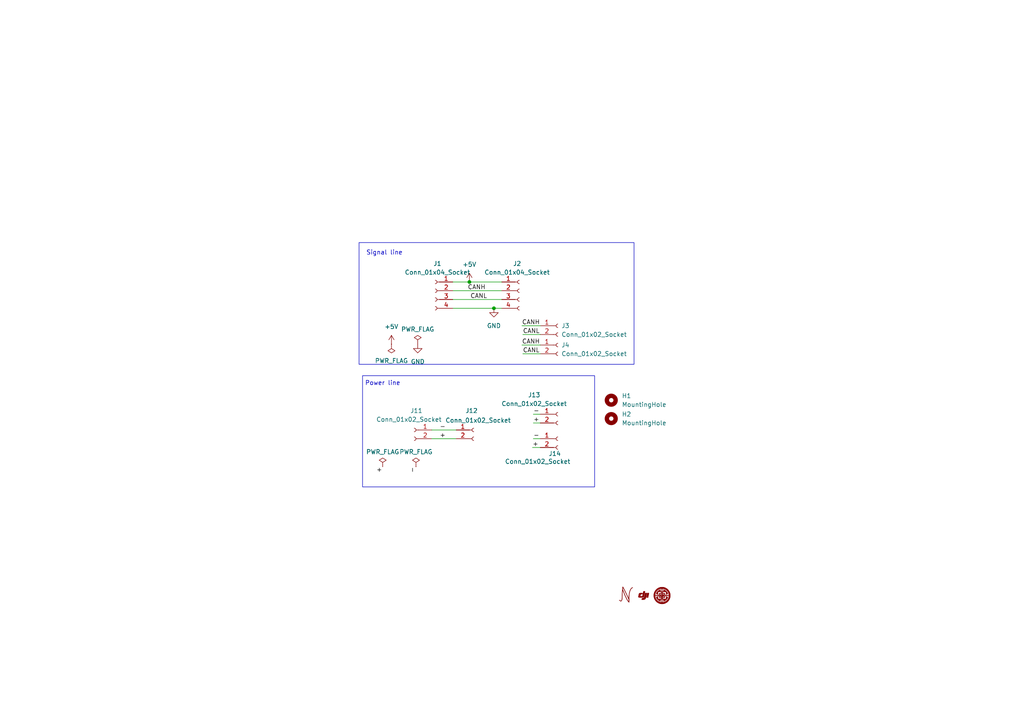
<source format=kicad_sch>
(kicad_sch
	(version 20231120)
	(generator "eeschema")
	(generator_version "8.0")
	(uuid "eb9d3267-312c-4990-ba80-a47923f951da")
	(paper "A4")
	(lib_symbols
		(symbol "Connector:Conn_01x02_Socket"
			(pin_names
				(offset 1.016) hide)
			(exclude_from_sim no)
			(in_bom yes)
			(on_board yes)
			(property "Reference" "J"
				(at 0 2.54 0)
				(effects
					(font
						(size 1.27 1.27)
					)
				)
			)
			(property "Value" "Conn_01x02_Socket"
				(at 0 -5.08 0)
				(effects
					(font
						(size 1.27 1.27)
					)
				)
			)
			(property "Footprint" ""
				(at 0 0 0)
				(effects
					(font
						(size 1.27 1.27)
					)
					(hide yes)
				)
			)
			(property "Datasheet" "~"
				(at 0 0 0)
				(effects
					(font
						(size 1.27 1.27)
					)
					(hide yes)
				)
			)
			(property "Description" "Generic connector, single row, 01x02, script generated"
				(at 0 0 0)
				(effects
					(font
						(size 1.27 1.27)
					)
					(hide yes)
				)
			)
			(property "ki_locked" ""
				(at 0 0 0)
				(effects
					(font
						(size 1.27 1.27)
					)
				)
			)
			(property "ki_keywords" "connector"
				(at 0 0 0)
				(effects
					(font
						(size 1.27 1.27)
					)
					(hide yes)
				)
			)
			(property "ki_fp_filters" "Connector*:*_1x??_*"
				(at 0 0 0)
				(effects
					(font
						(size 1.27 1.27)
					)
					(hide yes)
				)
			)
			(symbol "Conn_01x02_Socket_1_1"
				(arc
					(start 0 -2.032)
					(mid -0.5058 -2.54)
					(end 0 -3.048)
					(stroke
						(width 0.1524)
						(type default)
					)
					(fill
						(type none)
					)
				)
				(polyline
					(pts
						(xy -1.27 -2.54) (xy -0.508 -2.54)
					)
					(stroke
						(width 0.1524)
						(type default)
					)
					(fill
						(type none)
					)
				)
				(polyline
					(pts
						(xy -1.27 0) (xy -0.508 0)
					)
					(stroke
						(width 0.1524)
						(type default)
					)
					(fill
						(type none)
					)
				)
				(arc
					(start 0 0.508)
					(mid -0.5058 0)
					(end 0 -0.508)
					(stroke
						(width 0.1524)
						(type default)
					)
					(fill
						(type none)
					)
				)
				(pin passive line
					(at -5.08 0 0)
					(length 3.81)
					(name "Pin_1"
						(effects
							(font
								(size 1.27 1.27)
							)
						)
					)
					(number "1"
						(effects
							(font
								(size 1.27 1.27)
							)
						)
					)
				)
				(pin passive line
					(at -5.08 -2.54 0)
					(length 3.81)
					(name "Pin_2"
						(effects
							(font
								(size 1.27 1.27)
							)
						)
					)
					(number "2"
						(effects
							(font
								(size 1.27 1.27)
							)
						)
					)
				)
			)
		)
		(symbol "Connector:Conn_01x04_Socket"
			(pin_names
				(offset 1.016) hide)
			(exclude_from_sim no)
			(in_bom yes)
			(on_board yes)
			(property "Reference" "J"
				(at 0 5.08 0)
				(effects
					(font
						(size 1.27 1.27)
					)
				)
			)
			(property "Value" "Conn_01x04_Socket"
				(at 0 -7.62 0)
				(effects
					(font
						(size 1.27 1.27)
					)
				)
			)
			(property "Footprint" ""
				(at 0 0 0)
				(effects
					(font
						(size 1.27 1.27)
					)
					(hide yes)
				)
			)
			(property "Datasheet" "~"
				(at 0 0 0)
				(effects
					(font
						(size 1.27 1.27)
					)
					(hide yes)
				)
			)
			(property "Description" "Generic connector, single row, 01x04, script generated"
				(at 0 0 0)
				(effects
					(font
						(size 1.27 1.27)
					)
					(hide yes)
				)
			)
			(property "ki_locked" ""
				(at 0 0 0)
				(effects
					(font
						(size 1.27 1.27)
					)
				)
			)
			(property "ki_keywords" "connector"
				(at 0 0 0)
				(effects
					(font
						(size 1.27 1.27)
					)
					(hide yes)
				)
			)
			(property "ki_fp_filters" "Connector*:*_1x??_*"
				(at 0 0 0)
				(effects
					(font
						(size 1.27 1.27)
					)
					(hide yes)
				)
			)
			(symbol "Conn_01x04_Socket_1_1"
				(arc
					(start 0 -4.572)
					(mid -0.5058 -5.08)
					(end 0 -5.588)
					(stroke
						(width 0.1524)
						(type default)
					)
					(fill
						(type none)
					)
				)
				(arc
					(start 0 -2.032)
					(mid -0.5058 -2.54)
					(end 0 -3.048)
					(stroke
						(width 0.1524)
						(type default)
					)
					(fill
						(type none)
					)
				)
				(polyline
					(pts
						(xy -1.27 -5.08) (xy -0.508 -5.08)
					)
					(stroke
						(width 0.1524)
						(type default)
					)
					(fill
						(type none)
					)
				)
				(polyline
					(pts
						(xy -1.27 -2.54) (xy -0.508 -2.54)
					)
					(stroke
						(width 0.1524)
						(type default)
					)
					(fill
						(type none)
					)
				)
				(polyline
					(pts
						(xy -1.27 0) (xy -0.508 0)
					)
					(stroke
						(width 0.1524)
						(type default)
					)
					(fill
						(type none)
					)
				)
				(polyline
					(pts
						(xy -1.27 2.54) (xy -0.508 2.54)
					)
					(stroke
						(width 0.1524)
						(type default)
					)
					(fill
						(type none)
					)
				)
				(arc
					(start 0 0.508)
					(mid -0.5058 0)
					(end 0 -0.508)
					(stroke
						(width 0.1524)
						(type default)
					)
					(fill
						(type none)
					)
				)
				(arc
					(start 0 3.048)
					(mid -0.5058 2.54)
					(end 0 2.032)
					(stroke
						(width 0.1524)
						(type default)
					)
					(fill
						(type none)
					)
				)
				(pin passive line
					(at -5.08 2.54 0)
					(length 3.81)
					(name "Pin_1"
						(effects
							(font
								(size 1.27 1.27)
							)
						)
					)
					(number "1"
						(effects
							(font
								(size 1.27 1.27)
							)
						)
					)
				)
				(pin passive line
					(at -5.08 0 0)
					(length 3.81)
					(name "Pin_2"
						(effects
							(font
								(size 1.27 1.27)
							)
						)
					)
					(number "2"
						(effects
							(font
								(size 1.27 1.27)
							)
						)
					)
				)
				(pin passive line
					(at -5.08 -2.54 0)
					(length 3.81)
					(name "Pin_3"
						(effects
							(font
								(size 1.27 1.27)
							)
						)
					)
					(number "3"
						(effects
							(font
								(size 1.27 1.27)
							)
						)
					)
				)
				(pin passive line
					(at -5.08 -5.08 0)
					(length 3.81)
					(name "Pin_4"
						(effects
							(font
								(size 1.27 1.27)
							)
						)
					)
					(number "4"
						(effects
							(font
								(size 1.27 1.27)
							)
						)
					)
				)
			)
		)
		(symbol "Mechanical:MountingHole"
			(pin_names
				(offset 1.016)
			)
			(exclude_from_sim yes)
			(in_bom no)
			(on_board yes)
			(property "Reference" "H"
				(at 0 5.08 0)
				(effects
					(font
						(size 1.27 1.27)
					)
				)
			)
			(property "Value" "MountingHole"
				(at 0 3.175 0)
				(effects
					(font
						(size 1.27 1.27)
					)
				)
			)
			(property "Footprint" ""
				(at 0 0 0)
				(effects
					(font
						(size 1.27 1.27)
					)
					(hide yes)
				)
			)
			(property "Datasheet" "~"
				(at 0 0 0)
				(effects
					(font
						(size 1.27 1.27)
					)
					(hide yes)
				)
			)
			(property "Description" "Mounting Hole without connection"
				(at 0 0 0)
				(effects
					(font
						(size 1.27 1.27)
					)
					(hide yes)
				)
			)
			(property "ki_keywords" "mounting hole"
				(at 0 0 0)
				(effects
					(font
						(size 1.27 1.27)
					)
					(hide yes)
				)
			)
			(property "ki_fp_filters" "MountingHole*"
				(at 0 0 0)
				(effects
					(font
						(size 1.27 1.27)
					)
					(hide yes)
				)
			)
			(symbol "MountingHole_0_1"
				(circle
					(center 0 0)
					(radius 1.27)
					(stroke
						(width 1.27)
						(type default)
					)
					(fill
						(type none)
					)
				)
			)
		)
		(symbol "power:+5V"
			(power)
			(pin_numbers hide)
			(pin_names
				(offset 0) hide)
			(exclude_from_sim no)
			(in_bom yes)
			(on_board yes)
			(property "Reference" "#PWR"
				(at 0 -3.81 0)
				(effects
					(font
						(size 1.27 1.27)
					)
					(hide yes)
				)
			)
			(property "Value" "+5V"
				(at 0 3.556 0)
				(effects
					(font
						(size 1.27 1.27)
					)
				)
			)
			(property "Footprint" ""
				(at 0 0 0)
				(effects
					(font
						(size 1.27 1.27)
					)
					(hide yes)
				)
			)
			(property "Datasheet" ""
				(at 0 0 0)
				(effects
					(font
						(size 1.27 1.27)
					)
					(hide yes)
				)
			)
			(property "Description" "Power symbol creates a global label with name \"+5V\""
				(at 0 0 0)
				(effects
					(font
						(size 1.27 1.27)
					)
					(hide yes)
				)
			)
			(property "ki_keywords" "global power"
				(at 0 0 0)
				(effects
					(font
						(size 1.27 1.27)
					)
					(hide yes)
				)
			)
			(symbol "+5V_0_1"
				(polyline
					(pts
						(xy -0.762 1.27) (xy 0 2.54)
					)
					(stroke
						(width 0)
						(type default)
					)
					(fill
						(type none)
					)
				)
				(polyline
					(pts
						(xy 0 0) (xy 0 2.54)
					)
					(stroke
						(width 0)
						(type default)
					)
					(fill
						(type none)
					)
				)
				(polyline
					(pts
						(xy 0 2.54) (xy 0.762 1.27)
					)
					(stroke
						(width 0)
						(type default)
					)
					(fill
						(type none)
					)
				)
			)
			(symbol "+5V_1_1"
				(pin power_in line
					(at 0 0 90)
					(length 0)
					(name "~"
						(effects
							(font
								(size 1.27 1.27)
							)
						)
					)
					(number "1"
						(effects
							(font
								(size 1.27 1.27)
							)
						)
					)
				)
			)
		)
		(symbol "power:GND"
			(power)
			(pin_numbers hide)
			(pin_names
				(offset 0) hide)
			(exclude_from_sim no)
			(in_bom yes)
			(on_board yes)
			(property "Reference" "#PWR"
				(at 0 -6.35 0)
				(effects
					(font
						(size 1.27 1.27)
					)
					(hide yes)
				)
			)
			(property "Value" "GND"
				(at 0 -3.81 0)
				(effects
					(font
						(size 1.27 1.27)
					)
				)
			)
			(property "Footprint" ""
				(at 0 0 0)
				(effects
					(font
						(size 1.27 1.27)
					)
					(hide yes)
				)
			)
			(property "Datasheet" ""
				(at 0 0 0)
				(effects
					(font
						(size 1.27 1.27)
					)
					(hide yes)
				)
			)
			(property "Description" "Power symbol creates a global label with name \"GND\" , ground"
				(at 0 0 0)
				(effects
					(font
						(size 1.27 1.27)
					)
					(hide yes)
				)
			)
			(property "ki_keywords" "global power"
				(at 0 0 0)
				(effects
					(font
						(size 1.27 1.27)
					)
					(hide yes)
				)
			)
			(symbol "GND_0_1"
				(polyline
					(pts
						(xy 0 0) (xy 0 -1.27) (xy 1.27 -1.27) (xy 0 -2.54) (xy -1.27 -1.27) (xy 0 -1.27)
					)
					(stroke
						(width 0)
						(type default)
					)
					(fill
						(type none)
					)
				)
			)
			(symbol "GND_1_1"
				(pin power_in line
					(at 0 0 270)
					(length 0)
					(name "~"
						(effects
							(font
								(size 1.27 1.27)
							)
						)
					)
					(number "1"
						(effects
							(font
								(size 1.27 1.27)
							)
						)
					)
				)
			)
		)
		(symbol "power:PWR_FLAG"
			(power)
			(pin_numbers hide)
			(pin_names
				(offset 0) hide)
			(exclude_from_sim no)
			(in_bom yes)
			(on_board yes)
			(property "Reference" "#FLG"
				(at 0 1.905 0)
				(effects
					(font
						(size 1.27 1.27)
					)
					(hide yes)
				)
			)
			(property "Value" "PWR_FLAG"
				(at 0 3.81 0)
				(effects
					(font
						(size 1.27 1.27)
					)
				)
			)
			(property "Footprint" ""
				(at 0 0 0)
				(effects
					(font
						(size 1.27 1.27)
					)
					(hide yes)
				)
			)
			(property "Datasheet" "~"
				(at 0 0 0)
				(effects
					(font
						(size 1.27 1.27)
					)
					(hide yes)
				)
			)
			(property "Description" "Special symbol for telling ERC where power comes from"
				(at 0 0 0)
				(effects
					(font
						(size 1.27 1.27)
					)
					(hide yes)
				)
			)
			(property "ki_keywords" "flag power"
				(at 0 0 0)
				(effects
					(font
						(size 1.27 1.27)
					)
					(hide yes)
				)
			)
			(symbol "PWR_FLAG_0_0"
				(pin power_out line
					(at 0 0 90)
					(length 0)
					(name "~"
						(effects
							(font
								(size 1.27 1.27)
							)
						)
					)
					(number "1"
						(effects
							(font
								(size 1.27 1.27)
							)
						)
					)
				)
			)
			(symbol "PWR_FLAG_0_1"
				(polyline
					(pts
						(xy 0 0) (xy 0 1.27) (xy -1.016 1.905) (xy 0 2.54) (xy 1.016 1.905) (xy 0 1.27)
					)
					(stroke
						(width 0)
						(type default)
					)
					(fill
						(type none)
					)
				)
			)
		)
		(symbol "自作:DJI"
			(pin_names
				(offset 1.016)
			)
			(exclude_from_sim no)
			(in_bom yes)
			(on_board yes)
			(property "Reference" "#G"
				(at 0 1.8663 0)
				(effects
					(font
						(size 1.27 1.27)
					)
					(hide yes)
				)
			)
			(property "Value" "DJI"
				(at 0 -1.8663 0)
				(effects
					(font
						(size 1.27 1.27)
					)
					(hide yes)
				)
			)
			(property "Footprint" ""
				(at 0 0 0)
				(effects
					(font
						(size 1.27 1.27)
					)
					(hide yes)
				)
			)
			(property "Datasheet" ""
				(at 0 0 0)
				(effects
					(font
						(size 1.27 1.27)
					)
					(hide yes)
				)
			)
			(property "Description" ""
				(at 0 0 0)
				(effects
					(font
						(size 1.27 1.27)
					)
					(hide yes)
				)
			)
			(symbol "DJI_0_0"
				(polyline
					(pts
						(xy 1.4062 0.0065) (xy 1.4285 0.117) (xy 1.4613 0.2798) (xy 1.4902 0.4237) (xy 1.5137 0.5408)
						(xy 1.5303 0.6234) (xy 1.5384 0.664) (xy 1.539 0.6674) (xy 1.542 0.6904) (xy 1.5363 0.7058) (xy 1.5161 0.7152)
						(xy 1.4752 0.72) (xy 1.4077 0.7218) (xy 1.3075 0.7221) (xy 1.0653 0.7221) (xy 1.0455 0.6383) (xy 1.0431 0.6274)
						(xy 1.0295 0.5637) (xy 1.0084 0.4618) (xy 0.9815 0.3302) (xy 0.9507 0.1776) (xy 0.9177 0.0129)
						(xy 0.9052 -0.0495) (xy 0.8741 -0.205) (xy 0.8465 -0.3417) (xy 0.8242 -0.4517) (xy 0.8086 -0.5273)
						(xy 0.8014 -0.5608) (xy 0.8019 -0.569) (xy 0.8192 -0.5804) (xy 0.8615 -0.5879) (xy 0.9333 -0.5919)
						(xy 1.0393 -0.5931) (xy 1.2854 -0.5931) (xy 1.4062 0.0065)
					)
					(stroke
						(width 0.01)
						(type default)
					)
					(fill
						(type outline)
					)
				)
				(polyline
					(pts
						(xy -0.4039 -1.2114) (xy -0.3034 -1.2086) (xy -0.1884 -1.2042) (xy -0.0623 -1.1981) (xy 0.0742 -1.1879)
						(xy 0.1821 -1.1735) (xy 0.2672 -1.153) (xy 0.3352 -1.1244) (xy 0.3917 -1.0857) (xy 0.4426 -1.0351)
						(xy 0.4935 -0.9704) (xy 0.5264 -0.9227) (xy 0.5603 -0.8646) (xy 0.5913 -0.7978) (xy 0.6209 -0.7166)
						(xy 0.6511 -0.6149) (xy 0.6834 -0.4869) (xy 0.7197 -0.3265) (xy 0.7616 -0.1279) (xy 0.811 0.1149)
						(xy 0.8305 0.2123) (xy 0.8615 0.368) (xy 0.8881 0.5025) (xy 0.9088 0.6086) (xy 0.9223 0.6793)
						(xy 0.9271 0.7074) (xy 0.9269 0.7079) (xy 0.9055 0.7134) (xy 0.8535 0.7179) (xy 0.7782 0.721)
						(xy 0.687 0.7221) (xy 0.447 0.7221) (xy 0.4185 0.5867) (xy 0.4167 0.578) (xy 0.3996 0.4954) (xy 0.376 0.3792)
						(xy 0.3486 0.2437) (xy 0.3204 0.1032) (xy 0.2826 -0.074) (xy 0.2247 -0.2989) (xy 0.1657 -0.4734)
						(xy 0.1053 -0.5984) (xy 0.0433 -0.6745) (xy 0.0186 -0.6931) (xy -0.0224 -0.7147) (xy -0.0745 -0.7294)
						(xy -0.147 -0.7395) (xy -0.249 -0.7472) (xy -0.4695 -0.7607) (xy -0.5145 -0.9799) (xy -0.5237 -1.0244)
						(xy -0.5421 -1.116) (xy -0.555 -1.1816) (xy -0.5599 -1.2095) (xy -0.5597 -1.2099) (xy -0.5379 -1.2121)
						(xy -0.4841 -1.2126) (xy -0.4039 -1.2114)
					)
					(stroke
						(width 0.01)
						(type default)
					)
					(fill
						(type outline)
					)
				)
				(polyline
					(pts
						(xy -0.8615 -0.5837) (xy -0.7147 -0.5824) (xy -0.5489 -0.5803) (xy -0.3891 -0.5765) (xy -0.2602 -0.569)
						(xy -0.1584 -0.5555) (xy -0.0794 -0.5338) (xy -0.0192 -0.5016) (xy 0.0262 -0.4566) (xy 0.0611 -0.3966)
						(xy 0.0893 -0.3191) (xy 0.1151 -0.2221) (xy 0.1425 -0.1031) (xy 0.1585 -0.0304) (xy 0.1833 0.0855)
						(xy 0.2125 0.2243) (xy 0.2444 0.3779) (xy 0.2773 0.5382) (xy 0.3097 0.6973) (xy 0.3398 0.847)
						(xy 0.3661 0.9793) (xy 0.387 1.0861) (xy 0.4007 1.1594) (xy 0.4056 1.191) (xy 0.4054 1.1918) (xy 0.384 1.1997)
						(xy 0.3319 1.2061) (xy 0.2566 1.2104) (xy 0.1654 1.212) (xy 0.1281 1.2119) (xy 0.0383 1.2106)
						(xy -0.0214 1.2065) (xy -0.0575 1.1987) (xy -0.0764 1.1859) (xy -0.0845 1.1669) (xy -0.09 1.141)
						(xy -0.1046 1.0696) (xy -0.1267 0.9615) (xy -0.1547 0.8241) (xy -0.1872 0.6645) (xy -0.2226 0.49)
						(xy -0.2512 0.3508) (xy -0.2863 0.1857) (xy -0.3183 0.0405) (xy -0.3455 -0.0773) (xy -0.3663 -0.1601)
						(xy -0.379 -0.2005) (xy -0.3834 -0.2094) (xy -0.3965 -0.2298) (xy -0.4156 -0.2435) (xy -0.4471 -0.2514)
						(xy -0.4976 -0.2547) (xy -0.5736 -0.2546) (xy -0.6817 -0.2521) (xy -0.9562 -0.2449) (xy -0.9616 -0.1805)
						(xy -0.9613 -0.1569) (xy -0.9528 -0.0839) (xy -0.9361 0.0159) (xy -0.9133 0.1278) (xy -0.8919 0.2235)
						(xy -0.8702 0.3027) (xy -0.8448 0.3551) (xy -0.8085 0.3864) (xy -0.7546 0.4022) (xy -0.676 0.4082)
						(xy -0.5658 0.41) (xy -0.3685 0.4126) (xy -0.3388 0.5462) (xy -0.3274 0.5992) (xy -0.3142 0.6661)
						(xy -0.3091 0.701) (xy -0.3196 0.7066) (xy -0.3625 0.7125) (xy -0.4321 0.7169) (xy -0.5219 0.7197)
						(xy -0.625 0.7209) (xy -0.7348 0.7207) (xy -0.8445 0.7189) (xy -0.9474 0.7156) (xy -1.0367 0.7109)
						(xy -1.1057 0.7048) (xy -1.1478 0.6974) (xy -1.1753 0.6878) (xy -1.2414 0.6516) (xy -1.2963 0.596)
						(xy -1.3432 0.5145) (xy -1.3853 0.4008) (xy -1.4257 0.2486) (xy -1.4675 0.0516) (xy -1.4929 -0.0862)
						(xy -1.5162 -0.2452) (xy -1.5242 -0.3644) (xy -1.5173 -0.4482) (xy -1.4956 -0.5009) (xy -1.4801 -0.5192)
						(xy -1.4509 -0.5405) (xy -1.4055 -0.5582) (xy -1.3328 -0.5774) (xy -1.3284 -0.5781) (xy -1.2884 -0.5807)
						(xy -1.2163 -0.5826) (xy -1.1176 -0.5837) (xy -0.9976 -0.5841) (xy -0.8615 -0.5837)
					)
					(stroke
						(width 0.01)
						(type default)
					)
					(fill
						(type outline)
					)
				)
			)
		)
		(symbol "自作:DJI 4分割 ロゴ"
			(pin_names
				(offset 1.016)
			)
			(exclude_from_sim no)
			(in_bom yes)
			(on_board yes)
			(property "Reference" "#G"
				(at 0 1.8656 0)
				(effects
					(font
						(size 1.27 1.27)
					)
					(hide yes)
				)
			)
			(property "Value" "DJI 4分割 ロゴ"
				(at 0 -1.8656 0)
				(effects
					(font
						(size 1.27 1.27)
					)
					(hide yes)
				)
			)
			(property "Footprint" ""
				(at 0 0 0)
				(effects
					(font
						(size 1.27 1.27)
					)
					(hide yes)
				)
			)
			(property "Datasheet" ""
				(at 0 0 0)
				(effects
					(font
						(size 1.27 1.27)
					)
					(hide yes)
				)
			)
			(property "Description" ""
				(at 0 0 0)
				(effects
					(font
						(size 1.27 1.27)
					)
					(hide yes)
				)
			)
			(symbol "DJI 4分割 ロゴ_0_0"
				(polyline
					(pts
						(xy -0.624 0.1012) (xy -0.6227 0.1202) (xy -0.6215 0.1495) (xy -0.6206 0.1871) (xy -0.6201 0.2313)
						(xy -0.6199 0.2801) (xy -0.6199 0.4627) (xy -0.368 0.4645) (xy -0.1162 0.4663) (xy -0.1162 0.5596)
						(xy -0.1162 0.6528) (xy -0.1647 0.6581) (xy -0.1732 0.6587) (xy -0.1979 0.6597) (xy -0.234 0.6605)
						(xy -0.2797 0.6611) (xy -0.3332 0.6616) (xy -0.3929 0.6618) (xy -0.4571 0.6618) (xy -0.5239 0.6615)
						(xy -0.8347 0.6597) (xy -0.8368 0.5147) (xy -0.8371 0.4826) (xy -0.8369 0.4306) (xy -0.8358 0.3861)
						(xy -0.8338 0.3513) (xy -0.8309 0.3281) (xy -0.8254 0.3048) (xy -0.802 0.2462) (xy -0.7671 0.1929)
						(xy -0.7223 0.1472) (xy -0.6695 0.1113) (xy -0.651 0.1022) (xy -0.6341 0.0954) (xy -0.6255 0.0941)
						(xy -0.624 0.1012)
					)
					(stroke
						(width 0.01)
						(type default)
					)
					(fill
						(type outline)
					)
				)
				(polyline
					(pts
						(xy 0.5166 -0.1295) (xy 0.5193 -0.117) (xy 0.5291 -0.073) (xy 0.5405 -0.0227) (xy 0.5524 0.0288)
						(xy 0.5635 0.076) (xy 0.5699 0.103) (xy 0.5787 0.1408) (xy 0.5864 0.1735) (xy 0.5921 0.1984) (xy 0.5953 0.2126)
						(xy 0.5999 0.2353) (xy 0.503 0.2334) (xy 0.406 0.2314) (xy 0.4003 0.2107) (xy 0.4 0.2095) (xy 0.3965 0.1955)
						(xy 0.3907 0.171) (xy 0.383 0.138) (xy 0.3739 0.0987) (xy 0.3639 0.0549) (xy 0.3533 0.0086) (xy 0.3426 -0.0381)
						(xy 0.3324 -0.0833) (xy 0.323 -0.125) (xy 0.3149 -0.1612) (xy 0.3085 -0.1898) (xy 0.3044 -0.209)
						(xy 0.3029 -0.2167) (xy 0.3036 -0.2172) (xy 0.3141 -0.2187) (xy 0.3353 -0.2199) (xy 0.3648 -0.2207)
						(xy 0.3999 -0.221) (xy 0.4969 -0.221) (xy 0.5166 -0.1295)
					)
					(stroke
						(width 0.01)
						(type default)
					)
					(fill
						(type outline)
					)
				)
				(polyline
					(pts
						(xy 0.8171 -0.4735) (xy 0.8171 -0.4636) (xy 0.8166 -0.4171) (xy 0.8154 -0.3737) (xy 0.8137 -0.3361)
						(xy 0.8117 -0.3068) (xy 0.8093 -0.2887) (xy 0.7996 -0.2551) (xy 0.775 -0.2035) (xy 0.7411 -0.1563)
						(xy 0.7004 -0.1167) (xy 0.6551 -0.0876) (xy 0.6163 -0.0687) (xy 0.6145 -0.2588) (xy 0.6126 -0.449)
						(xy 0.3521 -0.449) (xy 0.0916 -0.449) (xy 0.0917 -0.5163) (xy 0.0915 -0.5394) (xy 0.0912 -0.5642)
						(xy 0.0924 -0.5829) (xy 0.0966 -0.5964) (xy 0.1054 -0.6056) (xy 0.1204 -0.6113) (xy 0.1431 -0.6143)
						(xy 0.1752 -0.6156) (xy 0.2183 -0.6161) (xy 0.2737 -0.6165) (xy 0.2903 -0.6167) (xy 0.3538 -0.6174)
						(xy 0.4248 -0.6181) (xy 0.4982 -0.6188) (xy 0.569 -0.6195) (xy 0.6322 -0.6201) (xy 0.8171 -0.6217)
						(xy 0.8171 -0.4735)
					)
					(stroke
						(width 0.01)
						(type default)
					)
					(fill
						(type outline)
					)
				)
				(polyline
					(pts
						(xy -0.1768 -0.437) (xy -0.141 -0.4361) (xy -0.1011 -0.4348) (xy -0.0596 -0.433) (xy -0.0188 -0.4309)
						(xy 0.0187 -0.4286) (xy 0.0507 -0.4261) (xy 0.0746 -0.4237) (xy 0.0881 -0.4214) (xy 0.1294 -0.403)
						(xy 0.1696 -0.3708) (xy 0.2039 -0.3266) (xy 0.2319 -0.2707) (xy 0.2333 -0.2669) (xy 0.2386 -0.2488)
						(xy 0.2464 -0.22) (xy 0.2561 -0.1827) (xy 0.2672 -0.1387) (xy 0.2792 -0.0901) (xy 0.2918 -0.039)
						(xy 0.3043 0.0127) (xy 0.3162 0.063) (xy 0.3272 0.1097) (xy 0.3366 0.151) (xy 0.344 0.1847) (xy 0.3489 0.209)
						(xy 0.3538 0.2349) (xy 0.2582 0.2349) (xy 0.1626 0.2349) (xy 0.1559 0.209) (xy 0.1539 0.2011)
						(xy 0.1487 0.1794) (xy 0.1411 0.148) (xy 0.1318 0.1091) (xy 0.1212 0.0647) (xy 0.1099 0.0173)
						(xy 0.1018 -0.0166) (xy 0.0858 -0.0803) (xy 0.0712 -0.1322) (xy 0.0568 -0.1737) (xy 0.0419 -0.2061)
						(xy 0.0253 -0.2305) (xy 0.0062 -0.2483) (xy -0.0165 -0.2607) (xy -0.0437 -0.269) (xy -0.0763 -0.2745)
						(xy -0.1153 -0.2784) (xy -0.2025 -0.2855) (xy -0.2199 -0.3586) (xy -0.2256 -0.3833) (xy -0.2312 -0.4092)
						(xy -0.2347 -0.4274) (xy -0.2355 -0.4352) (xy -0.2353 -0.4354) (xy -0.2263 -0.4367) (xy -0.206 -0.4372)
						(xy -0.1768 -0.437)
					)
					(stroke
						(width 0.01)
						(type default)
					)
					(fill
						(type outline)
					)
				)
				(polyline
					(pts
						(xy 0.6227 0.098) (xy 0.6401 0.1062) (xy 0.6627 0.1198) (xy 0.6869 0.1368) (xy 0.7093 0.1549)
						(xy 0.7439 0.19) (xy 0.7793 0.2421) (xy 0.8033 0.3016) (xy 0.8072 0.316) (xy 0.8108 0.3339) (xy 0.8135 0.3543)
						(xy 0.8153 0.3795) (xy 0.8164 0.4117) (xy 0.8169 0.4532) (xy 0.8171 0.5064) (xy 0.8171 0.6639)
						(xy 0.462 0.6618) (xy 0.4453 0.6617) (xy 0.3767 0.6611) (xy 0.3127 0.6604) (xy 0.2546 0.6595)
						(xy 0.2039 0.6585) (xy 0.1618 0.6574) (xy 0.1297 0.6563) (xy 0.109 0.6551) (xy 0.101 0.654) (xy 0.1005 0.6533)
						(xy 0.0984 0.6423) (xy 0.0967 0.6208) (xy 0.0955 0.5915) (xy 0.0951 0.5573) (xy 0.0951 0.4663)
						(xy 0.3469 0.4645) (xy 0.4033 0.464) (xy 0.4597 0.4634) (xy 0.5043 0.4627) (xy 0.5386 0.4618)
						(xy 0.5637 0.4607) (xy 0.581 0.4592) (xy 0.5917 0.4574) (xy 0.5972 0.4551) (xy 0.5987 0.4524)
						(xy 0.5995 0.4477) (xy 0.6058 0.4421) (xy 0.6063 0.4419) (xy 0.6086 0.4324) (xy 0.6104 0.4098)
						(xy 0.6117 0.3748) (xy 0.6125 0.3278) (xy 0.6128 0.2694) (xy 0.6129 0.2309) (xy 0.6133 0.1875)
						(xy 0.6139 0.1506) (xy 0.6146 0.1219) (xy 0.6156 0.1033) (xy 0.6166 0.0967) (xy 0.6227 0.098)
					)
					(stroke
						(width 0.01)
						(type default)
					)
					(fill
						(type outline)
					)
				)
				(polyline
					(pts
						(xy -0.4732 -0.6188) (xy -0.4676 -0.6187) (xy -0.388 -0.6183) (xy -0.3212 -0.6179) (xy -0.2663 -0.6173)
						(xy -0.222 -0.6166) (xy -0.1874 -0.6157) (xy -0.1612 -0.6146) (xy -0.1424 -0.6133) (xy -0.1299 -0.6117)
						(xy -0.1226 -0.6097) (xy -0.1193 -0.6074) (xy -0.1168 -0.6008) (xy -0.1136 -0.5826) (xy -0.1119 -0.5595)
						(xy -0.1114 -0.545) (xy -0.1103 -0.5211) (xy -0.109 -0.5042) (xy -0.1086 -0.4893) (xy -0.1108 -0.468)
						(xy -0.1145 -0.449) (xy -0.3628 -0.449) (xy -0.6112 -0.449) (xy -0.6154 -0.4334) (xy -0.6163 -0.4259)
						(xy -0.6174 -0.4056) (xy -0.6183 -0.3751) (xy -0.6191 -0.3365) (xy -0.6196 -0.292) (xy -0.6198 -0.2435)
						(xy -0.6198 -0.217) (xy -0.6201 -0.1666) (xy -0.6208 -0.1281) (xy -0.622 -0.1004) (xy -0.6236 -0.0822)
						(xy -0.6258 -0.0722) (xy -0.6287 -0.0692) (xy -0.6319 -0.0695) (xy -0.6533 -0.0761) (xy -0.6802 -0.0902)
						(xy -0.7093 -0.1097) (xy -0.737 -0.1327) (xy -0.7494 -0.1449) (xy -0.7859 -0.1919) (xy -0.8138 -0.2453)
						(xy -0.8306 -0.3004) (xy -0.8318 -0.308) (xy -0.8344 -0.3338) (xy -0.8364 -0.3669) (xy -0.8377 -0.4051)
						(xy -0.8383 -0.4461) (xy -0.8384 -0.4874) (xy -0.8378 -0.5268) (xy -0.8366 -0.5617) (xy -0.8348 -0.59)
						(xy -0.8324 -0.6092) (xy -0.8294 -0.6169) (xy -0.829 -0.617) (xy -0.8186 -0.6176) (xy -0.7957 -0.6181)
						(xy -0.7616 -0.6185) (xy -0.7178 -0.6188) (xy -0.6657 -0.619) (xy -0.6066 -0.619) (xy -0.542 -0.619)
						(xy -0.4732 -0.6188)
					)
					(stroke
						(width 0.01)
						(type default)
					)
					(fill
						(type outline)
					)
				)
				(polyline
					(pts
						(xy -0.3221 -0.2179) (xy -0.2687 -0.2174) (xy -0.217 -0.2167) (xy -0.169 -0.2159) (xy -0.1267 -0.2148)
						(xy -0.0923 -0.2137) (xy -0.0679 -0.2123) (xy -0.0554 -0.2108) (xy -0.0524 -0.2099) (xy -0.034 -0.2005)
						(xy -0.0155 -0.1867) (xy -0.0094 -0.1804) (xy 0.0017 -0.1637) (xy 0.013 -0.1397) (xy 0.0249 -0.1073)
						(xy 0.0377 -0.0654) (xy 0.0517 -0.0129) (xy 0.0674 0.051) (xy 0.0849 0.1276) (xy 0.0896 0.1484)
						(xy 0.1006 0.1969) (xy 0.1112 0.2431) (xy 0.1207 0.2842) (xy 0.1286 0.3173) (xy 0.1342 0.3397)
						(xy 0.1357 0.3456) (xy 0.1419 0.3708) (xy 0.1463 0.3902) (xy 0.1479 0.4001) (xy 0.1421 0.4027)
						(xy 0.1252 0.405) (xy 0.1003 0.4065) (xy 0.0703 0.4075) (xy 0.0385 0.4077) (xy 0.0079 0.4072)
						(xy -0.0183 0.406) (xy -0.0371 0.4041) (xy -0.0453 0.4014) (xy -0.0458 0.4003) (xy -0.0492 0.3884)
						(xy -0.0549 0.3657) (xy -0.0624 0.3343) (xy -0.0712 0.2962) (xy -0.0807 0.2537) (xy -0.0993 0.1713)
						(xy -0.1173 0.0945) (xy -0.1329 0.0304) (xy -0.1463 -0.0209) (xy -0.1573 -0.0591) (xy -0.1659 -0.0841)
						(xy -0.1721 -0.0957) (xy -0.1753 -0.098) (xy -0.1905 -0.103) (xy -0.217 -0.1066) (xy -0.2561 -0.109)
						(xy -0.2751 -0.1097) (xy -0.325 -0.1099) (xy -0.3623 -0.107) (xy -0.3865 -0.1012) (xy -0.3973 -0.0925)
						(xy -0.3976 -0.0854) (xy -0.3953 -0.0667) (xy -0.3906 -0.04) (xy -0.3843 -0.0085) (xy -0.377 0.0247)
						(xy -0.3694 0.0567) (xy -0.3621 0.0842) (xy -0.3559 0.1044) (xy -0.3515 0.114) (xy -0.3509 0.1144)
						(xy -0.3398 0.1172) (xy -0.3179 0.1197) (xy -0.2881 0.1218) (xy -0.2534 0.1232) (xy -0.1622 0.1255)
						(xy -0.1558 0.1508) (xy -0.1548 0.1551) (xy -0.1485 0.1804) (xy -0.1422 0.2062) (xy -0.135 0.2361)
						(xy -0.3058 0.2338) (xy -0.4765 0.2314) (xy -0.5065 0.2119) (xy -0.5205 0.2014) (xy -0.5371 0.1832)
						(xy -0.5516 0.1589) (xy -0.565 0.1266) (xy -0.578 0.0844) (xy -0.5917 0.0303) (xy -0.5966 0.0086)
						(xy -0.606 -0.0402) (xy -0.6111 -0.0831) (xy -0.6127 -0.1252) (xy -0.6127 -0.142) (xy -0.6114 -0.1713)
						(xy -0.6074 -0.1905) (xy -0.5992 -0.2024) (xy -0.5855 -0.2096) (xy -0.5649 -0.2147) (xy -0.5601 -0.2154)
						(xy -0.5406 -0.2165) (xy -0.5102 -0.2173) (xy -0.4712 -0.2179) (xy -0.4254 -0.2181) (xy -0.375 -0.2181)
						(xy -0.3221 -0.2179)
					)
					(stroke
						(width 0.01)
						(type default)
					)
					(fill
						(type outline)
					)
				)
				(polyline
					(pts
						(xy -0.0091 -2.4494) (xy 0.0461 -2.4482) (xy 0.1024 -2.4464) (xy 0.157 -2.4441) (xy 0.2069 -2.4415)
						(xy 0.2495 -2.4385) (xy 0.2818 -2.4353) (xy 0.3931 -2.4187) (xy 0.572 -2.3811) (xy 0.7465 -2.3306)
						(xy 0.916 -2.2674) (xy 1.0798 -2.1918) (xy 1.2374 -2.104) (xy 1.3881 -2.0043) (xy 1.4252 -1.9771)
						(xy 1.5676 -1.8621) (xy 1.7006 -1.7372) (xy 1.8235 -1.6033) (xy 1.9359 -1.4608) (xy 2.0374 -1.3106)
						(xy 2.1274 -1.1531) (xy 2.2057 -0.9893) (xy 2.2716 -0.8196) (xy 2.3247 -0.6447) (xy 2.3368 -0.5977)
						(xy 2.3596 -0.4987) (xy 2.3772 -0.405) (xy 2.3901 -0.3126) (xy 2.3987 -0.218) (xy 2.4035 -0.1173)
						(xy 2.405 -0.0069) (xy 2.4047 0.0441) (xy 2.4018 0.1497) (xy 2.3953 0.2472) (xy 2.3849 0.3403)
						(xy 2.3699 0.4329) (xy 2.35 0.5285) (xy 2.3247 0.631) (xy 2.3113 0.6797) (xy 2.2557 0.8501) (xy 2.1882 1.0148)
						(xy 2.1092 1.1732) (xy 2.0194 1.3248) (xy 1.9193 1.469) (xy 1.8094 1.6053) (xy 1.6904 1.7332)
						(xy 1.5628 1.8521) (xy 1.4271 1.9616) (xy 1.284 2.061) (xy 1.1339 2.1499) (xy 0.9775 2.2277) (xy 0.8152 2.2939)
						(xy 0.6477 2.348) (xy 0.4755 2.3893) (xy 0.462 2.392) (xy 0.3918 2.4052) (xy 0.3289 2.4155) (xy 0.2698 2.4232)
						(xy 0.211 2.4285) (xy 0.1488 2.4319) (xy 0.0796 2.4337) (xy 0 2.4342) (xy -0.015 2.4342) (xy -0.0925 2.4335)
						(xy -0.1601 2.4314) (xy -0.2215 2.4277) (xy -0.2802 2.422) (xy -0.3396 2.4139) (xy -0.4036 2.4031)
						(xy -0.4755 2.3893) (xy -0.5241 2.3791) (xy -0.6951 2.3341) (xy -0.8612 2.2766) (xy -1.0219 2.2071)
						(xy -1.1766 2.1261) (xy -1.3248 2.0342) (xy -1.4659 1.9319) (xy -1.5994 1.8197) (xy -1.7246 1.6982)
						(xy -1.8411 1.5679) (xy -1.9483 1.4294) (xy -2.0456 1.283) (xy -2.1324 1.1295) (xy -2.2083 0.9693)
						(xy -2.2725 0.8029) (xy -2.3247 0.631) (xy -2.3367 0.5839) (xy -2.3596 0.485) (xy -2.3772 0.3912)
						(xy -2.3901 0.2989) (xy -2.3987 0.2042) (xy -2.4035 0.1036) (xy -2.4036 0.0941) (xy -2.0305 0.0941)
						(xy -2.029 0.1195) (xy -2.0257 0.1562) (xy -2.0208 0.2031) (xy -2.0144 0.2591) (xy -2.013 0.2704)
						(xy -2.0001 0.3533) (xy -1.9822 0.4373) (xy -1.9586 0.525) (xy -1.9286 0.619) (xy -1.8914 0.7219)
						(xy -1.8857 0.7365) (xy -1.8649 0.784) (xy -1.8385 0.8387) (xy -1.8082 0.8975) (xy -1.7756 0.9574)
						(xy -1.7424 1.0152) (xy -1.7103 1.0678) (xy -1.681 1.1122) (xy -1.6518 1.1525) (xy -1.6042 1.2136)
						(xy -1.5522 1.2756) (xy -1.4979 1.3366) (xy -1.4431 1.3942) (xy -1.39 1.4466) (xy -1.3403 1.4914)
						(xy -1.2962 1.5266) (xy -1.2891 1.5318) (xy -1.2649 1.5494) (xy -1.2361 1.5703) (xy -1.2074 1.5911)
						(xy -1.1273 1.6463) (xy -0.9892 1.7299) (xy -0.8472 1.8009) (xy -0.7 1.86) (xy -0.5461 1.9078)
						(xy -0.3839 1.9449) (xy -0.3709 1.9473) (xy -0.3301 1.9538) (xy -0.2839 1.9602) (xy -0.236 1.966)
						(xy -0.1905 1.9708) (xy -0.151 1.974) (xy -0.1216 1.9753) (xy -0.0847 1.9757) (xy -0.0829 1.4899)
						(xy -0.0826 1.4314) (xy -0.0824 1.3532) (xy -0.0824 1.32) (xy 0.0574 1.32) (xy 0.0574 1.3975)
						(xy 0.0576 1.4791) (xy 0.0591 1.9772) (xy 0.137 1.9726) (xy 0.1635 1.9709) (xy 0.1926 1.9687)
						(xy 0.2144 1.9667) (xy 0.2254 1.9651) (xy 0.2261 1.9649) (xy 0.2408 1.9619) (xy 0.2606 1.9588)
						(xy 0.2681 1.9577) (xy 0.2939 1.9536) (xy 0.3282 1.9477) (xy 0.3671 1.9409) (xy 0.4069 1.9337)
						(xy 0.4438 1.9268) (xy 0.5027 1.9136) (xy 0.5799 1.8919) (xy 0.662 1.865) (xy 0.7456 1.834) (xy 0.8269 1.8004)
						(xy 0.9024 1.7655) (xy 0.9685 1.7307) (xy 0.9909 1.718) (xy 1.0142 1.7048) (xy 1.0307 1.6956)
						(xy 1.1019 1.6536) (xy 1.1732 1.6055) (xy 1.2454 1.5504) (xy 1.3206 1.4867) (xy 1.4009 1.4127)
						(xy 1.4417 1.3731) (xy 1.5171 1.2956) (xy 1.5831 1.2209) (xy 1.6418 1.1462) (xy 1.6953 1.0691)
						(xy 1.7457 0.987) (xy 1.7528 0.9746) (xy 1.7792 0.9267) (xy 1.8043 0.8783) (xy 1.8274 0.831) (xy 1.848 0.7862)
						(xy 1.8652 0.7457) (xy 1.8785 0.711) (xy 1.8871 0.6836) (xy 1.8904 0.6652) (xy 1.8876 0.6574)
						(xy 1.8847 0.656) (xy 1.8808 0.646) (xy 1.8866 0.6303) (xy 1.9014 0.6117) (xy 1.9027 0.6103) (xy 1.9132 0.5964)
						(xy 1.9228 0.577) (xy 1.9326 0.5496) (xy 1.9437 0.5112) (xy 1.9519 0.4814) (xy 1.9605 0.4506)
						(xy 1.9675 0.4259) (xy 1.9719 0.411) (xy 1.975 0.3992) (xy 1.9801 0.3731) (xy 1.986 0.3383) (xy 1.9921 0.2979)
						(xy 1.9981 0.2549) (xy 2.0035 0.2123) (xy 2.008 0.1729) (xy 2.0109 0.1399) (xy 2.0156 0.076) (xy 1.4956 0.0764)
						(xy 0.9756 0.0767) (xy 1.0002 0.0969) (xy 1.0009 0.0975) (xy 1.0166 0.1099) (xy 1.0402 0.1282)
						(xy 1.0686 0.15) (xy 1.0988 0.1728) (xy 1.1028 0.1758) (xy 1.1705 0.2303) (xy 1.2343 0.2879) (xy 1.2925 0.3467)
						(xy 1.3434 0.405) (xy 1.3853 0.4607) (xy 1.4163 0.5121) (xy 1.4273 0.532) (xy 1.4373 0.5469) (xy 1.4434 0.5526)
						(xy 1.4438 0.5526) (xy 1.4531 0.548) (xy 1.4699 0.5373) (xy 1.4908 0.5226) (xy 1.4917 0.522) (xy 1.5482 0.4808)
						(xy 1.5944 0.4471) (xy 1.6313 0.4203) (xy 1.6598 0.3996) (xy 1.681 0.3844) (xy 1.6957 0.3738)
						(xy 1.7051 0.3672) (xy 1.7099 0.364) (xy 1.7144 0.3638) (xy 1.716 0.3716) (xy 1.7145 0.3885) (xy 1.7096 0.4155)
						(xy 1.7013 0.4538) (xy 1.6893 0.5043) (xy 1.6621 0.5977) (xy 1.6197 0.7077) (xy 1.5669 0.8172)
						(xy 1.5053 0.9232) (xy 1.4364 1.0229) (xy 1.3618 1.1135) (xy 1.3472 1.1303) (xy 1.3278 1.1546)
						(xy 1.3132 1.1751) (xy 1.308 1.1824) (xy 1.2921 1.1994) (xy 1.2771 1.2094) (xy 1.2649 1.2167)
						(xy 1.2454 1.2316) (xy 1.2213 1.2519) (xy 1.1952 1.2755) (xy 1.171 1.2977) (xy 1.142 1.3236) (xy 1.1157 1.3463)
						(xy 1.096 1.3625) (xy 1.0945 1.3637) (xy 1.0258 1.413) (xy 0.9473 1.4628) (xy 0.8627 1.5112) (xy 0.7758 1.556)
						(xy 0.6904 1.5951) (xy 0.6105 1.6265) (xy 0.6048 1.6285) (xy 0.5675 1.6408) (xy 0.5266 1.6534)
						(xy 0.4851 1.6654) (xy 0.4456 1.6761) (xy 0.4111 1.6846) (xy 0.3843 1.6903) (xy 0.368 1.6924)
						(xy 0.3668 1.6921) (xy 0.3632 1.686) (xy 0.3609 1.6707) (xy 0.3596 1.6448) (xy 0.3592 1.6066)
						(xy 0.3592 1.5207) (xy 0.4103 1.4926) (xy 0.4381 1.4766) (xy 0.4693 1.4573) (xy 0.4983 1.4382)
						(xy 0.5227 1.4208) (xy 0.5398 1.407) (xy 0.5472 1.3985) (xy 0.5463 1.395) (xy 0.5366 1.3856) (xy 0.5196 1.3748)
						(xy 0.5143 1.3719) (xy 0.4824 1.353) (xy 0.4465 1.3303) (xy 0.4108 1.3064) (xy 0.3792 1.2839)
						(xy 0.3557 1.2657) (xy 0.3322 1.2448) (xy 0.3012 1.2161) (xy 0.2655 1.1821) (xy 0.2276 1.1452)
						(xy 0.1899 1.1079) (xy 0.1549 1.0725) (xy 0.125 1.0414) (xy 0.1026 1.0181) (xy 0.0831 0.9988)
						(xy 0.0689 0.9857) (xy 0.062 0.9809) (xy 0.0612 0.986) (xy 0.0603 1.0038) (xy 0.0595 1.0334) (xy 0.0588 1.0737)
						(xy 0.0583 1.1236) (xy 0.0578 1.182) (xy 0.0575 1.2479) (xy 0.0574 1.32) (xy -0.0824 1.32) (xy -0.0823 1.2797)
						(xy -0.0822 1.212) (xy -0.0822 1.1514) (xy -0.0822 1.0989) (xy -0.0824 1.0557) (xy -0.0826 1.0228)
						(xy -0.0829 1.0015) (xy -0.0832 0.9929) (xy -0.0834 0.9924) (xy -0.0904 0.9948) (xy -0.1066 1.0075)
						(xy -0.1319 1.0304) (xy -0.1664 1.0634) (xy -0.21 1.1065) (xy -0.2257 1.1222) (xy -0.2765 1.1722)
						(xy -0.3205 1.2138) (xy -0.3595 1.2486) (xy -0.3955 1.2783) (xy -0.4302 1.3044) (xy -0.4657 1.3284)
						(xy -0.5038 1.3521) (xy -0.5269 1.3664) (xy -0.5489 1.3813) (xy -0.5634 1.3927) (xy -0.5681 1.3989)
						(xy -0.5625 1.4056) (xy -0.547 1.4184) (xy -0.5245 1.4345) (xy -0.4979 1.4521) (xy -0.4699 1.4694)
						(xy -0.4436 1.4845) (xy -0.4216 1.4954) (xy -0.3804 1.5136) (xy -0.3804 1.603) (xy -0.3802 1.638)
						(xy -0.3809 1.6652) (xy -0.3841 1.682) (xy -0.3917 1.69) (xy -0.4054 1.6909) (xy -0.427 1.6865)
						(xy -0.4583 1.6785) (xy -0.4618 1.6776) (xy -0.5467 1.653) (xy -0.6374 1.6211) (xy -0.7292 1.5839)
						(xy -0.8176 1.5431) (xy -0.8981 1.5008) (xy -0.9077 1.4953) (xy -0.9705 1.4578) (xy -1.0249 1.4218)
						(xy -1.0752 1.3841) (xy -1.1255 1.3415) (xy -1.18 1.2911) (xy -1.2084 1.2645) (xy -1.2397 1.2374)
						(xy -1.2633 1.2198) (xy -1.2786 1.2122) (xy -1.296 1.2082) (xy -1.3121 1.2043) (xy -1.3181 1.2005)
						(xy -1.33 1.1868) (xy -1.3419 1.1673) (xy -1.3494 1.1545) (xy -1.3659 1.1299) (xy -1.3868 1.1013)
						(xy -1.4092 1.0729) (xy -1.4185 1.0614) (xy -1.4385 1.0353) (xy -1.177 1.0353) (xy -1.1045 1.0375)
						(xy -1.0519 1.0388) (xy -0.9901 1.04) (xy -0.9245 1.0408) (xy -0.8571 1.0413) (xy -0.7899 1.0416)
						(xy -0.7249 1.0415) (xy -0.6641 1.0411) (xy -0.6094 1.0404) (xy -0.5629 1.0395) (xy -0.5265 1.0382)
						(xy -0.5022 1.0366) (xy -0.4516 1.0295) (xy -0.3898 1.0128) (xy -0.3323 0.9869) (xy -0.2763 0.9505)
						(xy -0.2191 0.9021) (xy -0.2137 0.897) (xy -0.164 0.8416) (xy -0.1219 0.7794) (xy -0.0886 0.7129)
						(xy -0.065 0.6445) (xy -0.0523 0.5766) (xy -0.0514 0.5118) (xy -0.0538 0.4889) (xy -0.057 0.4672)
						(xy -0.0601 0.4542) (xy -0.0609 0.4521) (xy -0.0605 0.4468) (xy -0.0539 0.4438) (xy -0.0383 0.4424)
						(xy -0.0112 0.4421) (xy 0.0424 0.4421) (xy 0.0371 0.4715) (xy 0.0344 0.4912) (xy 0.0323 0.5308)
						(xy 0.033 0.5743) (xy 0.0362 0.6158) (xy 0.0419 0.6494) (xy 0.0626 0.7123) (xy 0.0968 0.7808)
						(xy 0.1409 0.845) (xy 0.1929 0.9025) (xy 0.251 0.951) (xy 0.3135 0.9882) (xy 0.3341 0.9981) (xy 0.3546 1.0075)
						(xy 0.374 1.0153) (xy 0.3937 1.0217) (xy 0.415 1.0268) (xy 0.4393 1.0308) (xy 0.468 1.0338) (xy 0.5025 1.036)
						(xy 0.5441 1.0375) (xy 0.5943 1.0384) (xy 0.6544 1.0389) (xy 0.7259 1.0392) (xy 0.81 1.0393) (xy 1.1587 1.0396)
						(xy 1.1586 0.6874) (xy 1.1584 0.3351) (xy 1.1381 0.2867) (xy 1.1257 0.259) (xy 1.1128 0.233) (xy 1.1022 0.2142)
						(xy 1.0809 0.1869) (xy 1.046 0.1537) (xy 1.0053 0.1236) (xy 0.9629 0.1002) (xy 0.9397 0.0901)
						(xy 0.9116 0.0792) (xy 0.8829 0.0702) (xy 0.8516 0.0627) (xy 0.8152 0.0561) (xy 0.7715 0.05) (xy 0.7183 0.0439)
						(xy 0.6533 0.0374) (xy 0.6313 0.0349) (xy 0.6188 0.0315) (xy 0.6137 0.0253) (xy 0.6128 0.0145)
						(xy 0.6128 -0.0046) (xy 0.7 -0.0129) (xy 0.763 -0.0209) (xy 0.8375 -0.0355) (xy 0.9057 -0.0545)
						(xy 0.9638 -0.0772) (xy 0.9728 -0.0816) (xy 1.0194 -0.1109) (xy 1.0628 -0.1483) (xy 1.0996 -0.1904)
						(xy 1.126 -0.2338) (xy 1.127 -0.2359) (xy 1.1351 -0.2546) (xy 1.1418 -0.2739) (xy 1.1474 -0.2952)
						(xy 1.1518 -0.3198) (xy 1.1553 -0.349) (xy 1.1578 -0.384) (xy 1.1596 -0.4264) (xy 1.1607 -0.4772)
						(xy 1.1611 -0.5379) (xy 1.1611 -0.6098) (xy 1.1607 -0.6942) (xy 1.1587 -0.9912) (xy 0.803 -0.9912)
						(xy 0.7872 -0.9912) (xy 0.7046 -0.9911) (xy 0.6347 -0.9909) (xy 0.5765 -0.9904) (xy 0.5288 -0.9897)
						(xy 0.4905 -0.9887) (xy 0.4605 -0.9874) (xy 0.4375 -0.9858) (xy 0.4206 -0.9839) (xy 0.4085 -0.9816)
						(xy 0.3763 -0.9722) (xy 0.3057 -0.9417) (xy 0.2399 -0.8992) (xy 0.1802 -0.8459) (xy 0.1279 -0.7828)
						(xy 0.0843 -0.7111) (xy 0.0777 -0.6979) (xy 0.0561 -0.6493) (xy 0.0422 -0.6054) (xy 0.0349 -0.5614)
						(xy 0.033 -0.5129) (xy 0.0334 -0.449) (xy -0.0097 -0.449) (xy -0.0528 -0.449) (xy -0.0533 -0.5163)
						(xy -0.0588 -0.5806) (xy -0.078 -0.6548) (xy -0.1106 -0.7267) (xy -0.1562 -0.7953) (xy -0.2145 -0.86)
						(xy -0.2448 -0.8877) (xy -0.2918 -0.9231) (xy -0.3422 -0.9511) (xy -0.4015 -0.975) (xy -0.4049 -0.9762)
						(xy -0.4151 -0.9796) (xy -0.4254 -0.9824) (xy -0.4369 -0.9848) (xy -0.4511 -0.9867) (xy -0.4692 -0.9882)
						(xy -0.4925 -0.9894) (xy -0.5222 -0.9904) (xy -0.5596 -0.9912) (xy -0.606 -0.9918) (xy -0.6626 -0.9923)
						(xy -0.7308 -0.9928) (xy -0.8118 -0.9933) (xy -1.1763 -0.9956) (xy -1.1763 -0.6757) (xy -1.1762 -0.6461)
						(xy -1.1759 -0.5744) (xy -1.1753 -0.5084) (xy -1.1745 -0.4496) (xy -1.1734 -0.3991) (xy -1.1721 -0.3584)
						(xy -1.1706 -0.3289) (xy -1.1689 -0.3118) (xy -1.1565 -0.2637) (xy -1.1295 -0.2081) (xy -1.0904 -0.158)
						(xy -1.04 -0.1142) (xy -0.9792 -0.0775) (xy -0.9086 -0.0487) (xy -0.8818 -0.0408) (xy -0.8256 -0.0275)
						(xy -0.7649 -0.0169) (xy -0.7055 -0.0097) (xy -0.6533 -0.007) (xy -0.6503 -0.007) (xy -0.6288 -0.0065)
						(xy -0.6177 -0.0041) (xy -0.6135 0.0019) (xy -0.6128 0.0133) (xy -0.6128 0.0157) (xy -0.6127 0.0222)
						(xy -0.6141 0.0271) (xy -0.6187 0.0307) (xy -0.6284 0.0336) (xy -0.645 0.0361) (xy -0.6702 0.0385)
						(xy -0.7058 0.0414) (xy -0.7537 0.0452) (xy -0.794 0.0495) (xy -0.8678 0.0637) (xy -0.9376 0.085)
						(xy -1.0004 0.1122) (xy -1.0528 0.1443) (xy -1.0732 0.1619) (xy -1.0984 0.1884) (xy -1.1193 0.2155)
						(xy -1.123 0.2209) (xy -1.1337 0.2371) (xy -1.1427 0.2518) (xy -1.1502 0.2663) (xy -1.1564 0.282)
						(xy -1.1613 0.3) (xy -1.1651 0.3216) (xy -1.1681 0.3481) (xy -1.1702 0.3808) (xy -1.1717 0.421)
						(xy -1.1728 0.4699) (xy -1.1735 0.5288) (xy -1.1741 0.599) (xy -1.1747 0.6817) (xy -1.177 1.0353)
						(xy -1.4385 1.0353) (xy -1.4561 1.0123) (xy -1.4958 0.9568) (xy -1.5342 0.8999) (xy -1.5681 0.8462)
						(xy -1.6007 0.7864) (xy -1.6352 0.711) (xy -1.6668 0.6297) (xy -1.6939 0.5466) (xy -1.7152 0.4657)
						(xy -1.7292 0.3911) (xy -1.7339 0.3574) (xy -1.7034 0.3814) (xy -1.6912 0.3908) (xy -1.6639 0.4106)
						(xy -1.6377 0.4285) (xy -1.6214 0.4394) (xy -1.5949 0.458) (xy -1.5643 0.4799) (xy -1.5335 0.5023)
						(xy -1.532 0.5034) (xy -1.5052 0.5224) (xy -1.4825 0.5374) (xy -1.4661 0.5469) (xy -1.4584 0.5494)
						(xy -1.4578 0.5489) (xy -1.4508 0.5397) (xy -1.4396 0.5222) (xy -1.4264 0.4996) (xy -1.4049 0.4639)
						(xy -1.3789 0.4268) (xy -1.3476 0.3882) (xy -1.3092 0.3459) (xy -1.2617 0.2974) (xy -1.238 0.2742)
						(xy -1.2118 0.2499) (xy -1.1846 0.2264) (xy -1.1543 0.2019) (xy -1.1186 0.1747) (xy -1.0756 0.1431)
						(xy -1.0231 0.1054) (xy -1.0184 0.1019) (xy -1.0054 0.0904) (xy -1.0002 0.0826) (xy -1.0054 0.0818)
						(xy -1.0234 0.0809) (xy -1.0529 0.08) (xy -1.0927 0.0793) (xy -1.1414 0.0786) (xy -1.1976 0.0779)
						(xy -1.26 0.0774) (xy -1.3272 0.0769) (xy -1.3979 0.0765) (xy -1.4708 0.0761) (xy -1.5445 0.0759)
						(xy -1.6176 0.0757) (xy -1.6889 0.0757) (xy -1.7569 0.0757) (xy -1.8204 0.0759) (xy -1.8779 0.0762)
						(xy -1.9281 0.0765) (xy -1.9698 0.077) (xy -2.0015 0.0777) (xy -2.0219 0.0784) (xy -2.0296 0.0793)
						(xy -2.0302 0.0808) (xy -2.0305 0.0941) (xy -2.4036 0.0941) (xy -2.405 -0.0069) (xy -2.4047 -0.0579)
						(xy -2.4044 -0.0693) (xy -2.0255 -0.0693) (xy -1.5146 -0.0675) (xy -1.44 -0.0672) (xy -1.3602 -0.0669)
						(xy -1.2856 -0.0667) (xy -1.2173 -0.0665) (xy -1.1563 -0.0663) (xy -1.104 -0.0662) (xy -1.0612 -0.0662)
						(xy -1.0292 -0.0661) (xy -1.0091 -0.0662) (xy -1.0019 -0.0663) (xy -1.0043 -0.0685) (xy -1.0161 -0.0777)
						(xy -1.0361 -0.0927) (xy -1.0625 -0.1123) (xy -1.0935 -0.1349) (xy -1.1222 -0.1562) (xy -1.2192 -0.2367)
						(xy -1.3024 -0.3198) (xy -1.3719 -0.4056) (xy -1.4276 -0.4942) (xy -1.4589 -0.5519) (xy -1.5025 -0.5171)
						(xy -1.5051 -0.515) (xy -1.5287 -0.4973) (xy -1.5574 -0.4767) (xy -1.5893 -0.4547) (xy -1.6223 -0.4325)
						(xy -1.6543 -0.4117) (xy -1.6831 -0.3935) (xy -1.7068 -0.3792) (xy -1.7232 -0.3704) (xy -1.7302 -0.3682)
						(xy -1.7311 -0.3696) (xy -1.7316 -0.3826) (xy -1.7286 -0.4058) (xy -1.7226 -0.437) (xy -1.7142 -0.474)
						(xy -1.704 -0.5146) (xy -1.6924 -0.5564) (xy -1.6801 -0.5971) (xy -1.6677 -0.6346) (xy -1.6556 -0.6666)
						(xy -1.6369 -0.7111) (xy -1.6123 -0.765) (xy -1.5866 -0.8152) (xy -1.5586 -0.8641) (xy -1.5267 -0.914)
						(xy -1.4895 -0.9671) (xy -1.4456 -1.0258) (xy -1.3936 -1.0923) (xy -1.3754 -1.1152) (xy -1.3539 -1.1416)
						(xy -1.338 -1.1598) (xy -1.3257 -1.1715) (xy -1.3153 -1.1784) (xy -1.3049 -1.1821) (xy -1.2927 -1.1843)
						(xy -1.2788 -1.1869) (xy -1.2662 -1.1919) (xy -1.2539 -1.2012) (xy -1.2393 -1.2172) (xy -1.2192 -1.2421)
						(xy -1.2004 -1.2647) (xy -1.1411 -1.3253) (xy -1.0701 -1.3849) (xy -0.9892 -1.4425) (xy -0.9001 -1.4969)
						(xy -0.8047 -1.5471) (xy -0.7046 -1.5919) (xy -0.6017 -1.6302) (xy -0.5747 -1.6391) (xy -0.5326 -1.6524)
						(xy -0.4913 -1.6648) (xy -0.4534 -1.6758) (xy -0.4212 -1.6845) (xy -0.3974 -1.6903) (xy -0.3845 -1.6924)
						(xy -0.384 -1.6917) (xy -0.3826 -1.6815) (xy -0.3814 -1.6607) (xy -0.3807 -1.6318) (xy -0.3804 -1.5974)
						(xy -0.3805 -1.5024) (xy -0.4393 -1.4724) (xy -0.4522 -1.4657) (xy -0.4854 -1.4469) (xy -0.5161 -1.4277)
						(xy -0.5419 -1.4098) (xy -0.5601 -1.3948) (xy -0.5684 -1.3846) (xy -0.5646 -1.3789) (xy -0.5512 -1.3672)
						(xy -0.5301 -1.3515) (xy -0.5038 -1.3336) (xy -0.5016 -1.3322) (xy -0.456 -1.301) (xy -0.4109 -1.2671)
						(xy -0.3646 -1.2288) (xy -0.3152 -1.1846) (xy -0.2607 -1.1328) (xy -0.1993 -1.0719) (xy -0.0851 -0.9567)
						(xy -0.0848 -1.462) (xy -0.0848 -1.4867) (xy -0.0848 -1.5831) (xy -0.0849 -1.6667) (xy -0.0851 -1.7154)
						(xy 0.0565 -1.7154) (xy 0.0565 -1.6496) (xy 0.0566 -1.5804) (xy 0.0569 -1.5092) (xy 0.0572 -1.4371)
						(xy 0.0577 -1.3657) (xy 0.0583 -1.2962) (xy 0.0589 -1.2298) (xy 0.0597 -1.1681) (xy 0.0605 -1.1122)
						(xy 0.0614 -1.0635) (xy 0.0623 -1.0233) (xy 0.0633 -0.9929) (xy 0.0644 -0.9738) (xy 0.0655 -0.9671)
						(xy 0.0701 -0.9701) (xy 0.0836 -0.9818) (xy 0.1045 -1.0009) (xy 0.1313 -1.0262) (xy 0.1625 -1.0563)
						(xy 0.1969 -1.0899) (xy 0.225 -1.1175) (xy 0.2788 -1.1691) (xy 0.3265 -1.2128) (xy 0.3701 -1.2502)
						(xy 0.4119 -1.2832) (xy 0.4539 -1.3133) (xy 0.4982 -1.3423) (xy 0.5469 -1.3719) (xy 0.5494 -1.3734)
						(xy 0.5559 -1.3808) (xy 0.5505 -1.3906) (xy 0.5481 -1.3931) (xy 0.5335 -1.4046) (xy 0.5106 -1.4203)
						(xy 0.4824 -1.4384) (xy 0.452 -1.4569) (xy 0.4222 -1.474) (xy 0.3962 -1.4878) (xy 0.3592 -1.5061)
						(xy 0.3592 -1.5992) (xy 0.3593 -1.6087) (xy 0.3598 -1.6416) (xy 0.361 -1.6681) (xy 0.3626 -1.6859)
						(xy 0.3645 -1.6923) (xy 0.3717 -1.6916) (xy 0.3931 -1.6872) (xy 0.4238 -1.6795) (xy 0.4613 -1.6693)
						(xy 0.5028 -1.6573) (xy 0.546 -1.6441) (xy 0.5882 -1.6305) (xy 0.6119 -1.6225) (xy 0.7444 -1.5709)
						(xy 0.867 -1.511) (xy 0.9816 -1.4415) (xy 1.0902 -1.3614) (xy 1.1947 -1.2694) (xy 1.2163 -1.2491)
						(xy 1.2431 -1.2248) (xy 1.2656 -1.2055) (xy 1.2818 -1.1927) (xy 1.29 -1.1881) (xy 1.2901 -1.1881)
						(xy 1.2981 -1.1827) (xy 1.3133 -1.1682) (xy 1.3339 -1.1463) (xy 1.3585 -1.1186) (xy 1.3856 -1.087)
						(xy 1.4136 -1.0532) (xy 1.441 -1.0189) (xy 1.4426 -1.0168) (xy 1.48 -0.9655) (xy 1.5179 -0.9078)
						(xy 1.5538 -0.8479) (xy 1.5853 -0.7899) (xy 1.6099 -0.738) (xy 1.6196 -0.7155) (xy 1.6316 -0.688)
						(xy 1.6412 -0.6666) (xy 1.6533 -0.6369) (xy 1.6689 -0.5901) (xy 1.6851 -0.5334) (xy 1.7013 -0.4688)
						(xy 1.7081 -0.4391) (xy 1.7149 -0.4053) (xy 1.7181 -0.3827) (xy 1.7177 -0.37) (xy 1.714 -0.3661)
						(xy 1.7119 -0.3668) (xy 1.6997 -0.3735) (xy 1.6792 -0.3863) (xy 1.6525 -0.4038) (xy 1.6218 -0.4243)
						(xy 1.5893 -0.4466) (xy 1.5571 -0.4691) (xy 1.5274 -0.4904) (xy 1.5023 -0.509) (xy 1.4444 -0.553)
						(xy 1.4256 -0.5165) (xy 1.3934 -0.4606) (xy 1.3374 -0.3826) (xy 1.2692 -0.3047) (xy 1.1895 -0.2279)
						(xy 1.0995 -0.1532) (xy 1.0001 -0.0815) (xy 0.9974 -0.0793) (xy 0.9969 -0.0774) (xy 0.9995 -0.0757)
						(xy 1.0062 -0.0744) (xy 1.0178 -0.0732) (xy 1.0354 -0.0723) (xy 1.0597 -0.0716) (xy 1.0917 -0.0711)
						(xy 1.1324 -0.0708) (xy 1.1826 -0.0707) (xy 1.2432 -0.0706) (xy 1.3152 -0.0707) (xy 1.3994 -0.0709)
						(xy 1.4968 -0.0711) (xy 2.011 -0.0725) (xy 2.0089 -0.1347) (xy 2.008 -0.1543) (xy 2.0048 -0.1995)
						(xy 2.0001 -0.249) (xy 1.9943 -0.2992) (xy 1.9879 -0.3465) (xy 1.9812 -0.3873) (xy 1.9748 -0.4179)
						(xy 1.938 -0.5494) (xy 1.8941 -0.6798) (xy 1.845 -0.8033) (xy 1.7914 -0.9182) (xy 1.734 -1.0229)
						(xy 1.6734 -1.1156) (xy 1.6382 -1.1631) (xy 1.553 -1.2675) (xy 1.4603 -1.3678) (xy 1.3627 -1.4616)
						(xy 1.2625 -1.5466) (xy 1.1622 -1.6203) (xy 1.1154 -1.6505) (xy 1.0452 -1.6919) (xy 0.9688 -1.7333)
						(xy 0.8902 -1.7727) (xy 0.8136 -1.8079) (xy 0.7431 -1.8369) (xy 0.7076 -1.8496) (xy 0.6605 -1.8648)
						(xy 0.6078 -1.8808) (xy 0.5534 -1.8964) (xy 0.5009 -1.9105) (xy 0.4541 -1.9221) (xy 0.4168 -1.9301)
						(xy 0.4086 -1.9316) (xy 0.3781 -1.9365) (xy 0.3405 -1.9421) (xy 0.2988 -1.9479) (xy 0.256 -1.9536)
						(xy 0.2151 -1.9587) (xy 0.1791 -1.9629) (xy 0.151 -1.9657) (xy 0.1338 -1.9669) (xy 0.1329 -1.9669)
						(xy 0.1132 -1.9686) (xy 0.0907 -1.9721) (xy 0.0711 -1.9739) (xy 0.0604 -1.9695) (xy 0.0596 -1.9646)
						(xy 0.0587 -1.947) (xy 0.0579 -1.9181) (xy 0.0574 -1.8791) (xy 0.0569 -1.8315) (xy 0.0567 -1.7765)
						(xy 0.0565 -1.7154) (xy -0.0851 -1.7154) (xy -0.0852 -1.7382) (xy -0.0856 -1.7984) (xy -0.0861 -1.8482)
						(xy -0.0868 -1.8882) (xy -0.0877 -1.9193) (xy -0.0888 -1.9422) (xy -0.0901 -1.9578) (xy -0.0916 -1.9668)
						(xy -0.0933 -1.9701) (xy -0.0995 -1.9707) (xy -0.1191 -1.9701) (xy -0.1488 -1.9677) (xy -0.1863 -1.964)
						(xy -0.2291 -1.959) (xy -0.2751 -1.9532) (xy -0.3219 -1.9468) (xy -0.3672 -1.9401) (xy -0.4086 -1.9334)
						(xy -0.4438 -1.9269) (xy -0.4955 -1.9152) (xy -0.5618 -1.8974) (xy -0.6332 -1.8758) (xy -0.706 -1.8516)
						(xy -0.7763 -1.8262) (xy -0.8403 -1.8008) (xy -0.8943 -1.7766) (xy -0.8999 -1.7739) (xy -0.9291 -1.7588)
						(xy -0.9653 -1.7394) (xy -1.0056 -1.7171) (xy -1.0472 -1.6936) (xy -1.0876 -1.6704) (xy -1.1238 -1.649)
						(xy -1.1531 -1.6311) (xy -1.1728 -1.6182) (xy -1.1845 -1.6098) (xy -1.2154 -1.5868) (xy -1.2543 -1.557)
						(xy -1.2992 -1.522) (xy -1.3484 -1.4831) (xy -1.381 -1.4561) (xy -1.4657 -1.3772) (xy -1.5484 -1.2878)
						(xy -1.6275 -1.19) (xy -1.7013 -1.0864) (xy -1.7681 -0.9792) (xy -1.8261 -0.8707) (xy -1.8737 -0.7633)
						(xy -1.8846 -0.736) (xy -1.8975 -0.7041) (xy -1.9086 -0.6773) (xy -1.9163 -0.6594) (xy -1.9187 -0.6541)
						(xy -1.9277 -0.6308) (xy -1.9337 -0.6111) (xy -1.9354 -0.6043) (xy -1.9411 -0.5834) (xy -1.949 -0.5556)
						(xy -1.9579 -0.525) (xy -1.9865 -0.4122) (xy -2.0104 -0.2699) (xy -2.0232 -0.1193) (xy -2.0255 -0.0693)
						(xy -2.4044 -0.0693) (xy -2.4018 -0.1635) (xy -2.3953 -0.261) (xy -2.3849 -0.3541) (xy -2.3699 -0.4466)
						(xy -2.35 -0.5422) (xy -2.3247 -0.6447) (xy -2.2994 -0.7339) (xy -2.2401 -0.9053) (xy -2.1687 -1.071)
						(xy -2.0854 -1.2303) (xy -1.991 -1.3826) (xy -1.8858 -1.5273) (xy -1.7703 -1.6639) (xy -1.6451 -1.7917)
						(xy -1.5106 -1.9101) (xy -1.3674 -2.0184) (xy -1.2159 -2.1162) (xy -1.0566 -2.2028) (xy -1.0505 -2.2058)
						(xy -0.91 -2.2698) (xy -0.7691 -2.3236) (xy -0.6255 -2.3676) (xy -0.4768 -2.4026) (xy -0.3208 -2.4292)
						(xy -0.155 -2.448) (xy -0.1401 -2.4489) (xy -0.105 -2.4499) (xy -0.0605 -2.45) (xy -0.0091 -2.4494)
					)
					(stroke
						(width 0.01)
						(type default)
					)
					(fill
						(type outline)
					)
				)
			)
		)
		(symbol "自作:ロゴマーク 2年"
			(pin_names
				(offset 1.016)
			)
			(exclude_from_sim no)
			(in_bom yes)
			(on_board yes)
			(property "Reference" "#G"
				(at 0 1.862 0)
				(effects
					(font
						(size 1.27 1.27)
					)
					(hide yes)
				)
			)
			(property "Value" "ロゴマーク 2年"
				(at 0 -1.862 0)
				(effects
					(font
						(size 1.27 1.27)
					)
					(hide yes)
				)
			)
			(property "Footprint" ""
				(at 0 0 0)
				(effects
					(font
						(size 1.27 1.27)
					)
					(hide yes)
				)
			)
			(property "Datasheet" ""
				(at 0 0 0)
				(effects
					(font
						(size 1.27 1.27)
					)
					(hide yes)
				)
			)
			(property "Description" ""
				(at 0 0 0)
				(effects
					(font
						(size 1.27 1.27)
					)
					(hide yes)
				)
			)
			(symbol "ロゴマーク 2年_0_0"
				(polyline
					(pts
						(xy 0.8303 -2.2306) (xy 0.8495 -2.2226) (xy 0.8635 -2.2092) (xy 0.8681 -2.1921) (xy 0.868 -2.1915)
						(xy 0.8676 -2.1797) (xy 0.8671 -2.1565) (xy 0.8665 -2.1234) (xy 0.8659 -2.0819) (xy 0.8652 -2.0336)
						(xy 0.8645 -1.9801) (xy 0.8638 -1.9229) (xy 0.8609 -1.67) (xy 0.8764 -1.6679) (xy 0.8775 -1.6677)
						(xy 0.8931 -1.6592) (xy 0.908 -1.6423) (xy 0.9193 -1.6215) (xy 0.9237 -1.6012) (xy 0.9214 -1.5844)
						(xy 0.9141 -1.5641) (xy 0.9127 -1.5612) (xy 0.9046 -1.5443) (xy 0.8941 -1.5203) (xy 0.8828 -1.4935)
						(xy 0.8611 -1.4405) (xy 0.8613 -0.9935) (xy 0.8613 -0.9658) (xy 0.8615 -0.8754) (xy 0.8617 -0.7964)
						(xy 0.8621 -0.7276) (xy 0.8628 -0.6676) (xy 0.8636 -0.6149) (xy 0.8647 -0.5682) (xy 0.866 -0.5263)
						(xy 0.8677 -0.4876) (xy 0.8697 -0.4508) (xy 0.8721 -0.4146) (xy 0.8749 -0.3775) (xy 0.8814 -0.3006)
						(xy 0.8912 -0.1966) (xy 0.9022 -0.0929) (xy 0.9142 0.0087) (xy 0.9268 0.1068) (xy 0.94 0.1996)
						(xy 0.9534 0.2856) (xy 0.9669 0.3632) (xy 0.9802 0.4308) (xy 0.9931 0.4868) (xy 0.9972 0.5035)
						(xy 1.0051 0.5385) (xy 1.0133 0.5773) (xy 1.0206 0.6143) (xy 1.0262 0.642) (xy 1.0365 0.686) (xy 1.0495 0.7373)
						(xy 1.0646 0.7939) (xy 1.0814 0.8536) (xy 1.099 0.9146) (xy 1.117 0.9748) (xy 1.1348 1.0322) (xy 1.1518 1.0847)
						(xy 1.1673 1.1304) (xy 1.1808 1.1673) (xy 1.1917 1.1933) (xy 1.1994 1.2097) (xy 1.218 1.2499)
						(xy 1.2371 1.2916) (xy 1.2534 1.328) (xy 1.2699 1.3625) (xy 1.2945 1.4094) (xy 1.3235 1.4613)
						(xy 1.355 1.5149) (xy 1.3872 1.567) (xy 1.418 1.6144) (xy 1.4457 1.654) (xy 1.4462 1.6547) (xy 1.4765 1.6941)
						(xy 1.5091 1.7342) (xy 1.5428 1.7734) (xy 1.5763 1.8106) (xy 1.6082 1.8441) (xy 1.6372 1.8726)
						(xy 1.6619 1.8947) (xy 1.681 1.909) (xy 1.6931 1.9141) (xy 1.7005 1.9175) (xy 1.7121 1.9274) (xy 1.7297 1.9408)
						(xy 1.7576 1.9554) (xy 1.7908 1.9688) (xy 1.825 1.9792) (xy 1.8558 1.9848) (xy 1.8862 1.9907)
						(xy 1.91 2.002) (xy 1.923 2.0172) (xy 1.9241 2.0351) (xy 1.9124 2.0543) (xy 1.9123 2.0544) (xy 1.8965 2.0625)
						(xy 1.8713 2.0664) (xy 1.8404 2.0661) (xy 1.8075 2.0617) (xy 1.7764 2.0532) (xy 1.7611 2.0479)
						(xy 1.742 2.0422) (xy 1.7309 2.04) (xy 1.7225 2.0368) (xy 1.7064 2.0272) (xy 1.6869 2.0135) (xy 1.6693 2.0008)
						(xy 1.6534 1.9908) (xy 1.6446 1.987) (xy 1.6403 1.9851) (xy 1.6269 1.9753) (xy 1.6073 1.9584)
						(xy 1.5832 1.9364) (xy 1.5566 1.9109) (xy 1.5292 1.8837) (xy 1.5031 1.8566) (xy 1.48 1.8313) (xy 1.4629 1.8115)
						(xy 1.415 1.7518) (xy 1.3663 1.6856) (xy 1.3184 1.6156) (xy 1.2733 1.5444) (xy 1.2325 1.4749)
						(xy 1.1978 1.4095) (xy 1.171 1.3511) (xy 1.1645 1.3359) (xy 1.1509 1.3053) (xy 1.1378 1.2779)
						(xy 1.1275 1.2584) (xy 1.1271 1.2576) (xy 1.1157 1.2357) (xy 1.1025 1.2075) (xy 1.0904 1.1789)
						(xy 1.084 1.1613) (xy 1.074 1.1307) (xy 1.0617 1.0911) (xy 1.0478 1.0445) (xy 1.0327 0.9929) (xy 1.017 0.9383)
						(xy 1.0013 0.8825) (xy 0.9861 0.8277) (xy 0.972 0.7757) (xy 0.9596 0.7285) (xy 0.9493 0.6882)
						(xy 0.9418 0.6566) (xy 0.9376 0.6358) (xy 0.9362 0.6276) (xy 0.9298 0.5948) (xy 0.9215 0.5579)
						(xy 0.913 0.5232) (xy 0.9125 0.5214) (xy 0.8999 0.4683) (xy 0.8867 0.4039) (xy 0.8733 0.33) (xy 0.8599 0.2485)
						(xy 0.8469 0.1613) (xy 0.8345 0.0701) (xy 0.8231 -0.0232) (xy 0.817 -0.0769) (xy 0.8081 -0.1573)
						(xy 0.8005 -0.2299) (xy 0.7941 -0.2969) (xy 0.7888 -0.3603) (xy 0.7845 -0.4222) (xy 0.781 -0.4848)
						(xy 0.7782 -0.5501) (xy 0.776 -0.6203) (xy 0.7743 -0.6974) (xy 0.7728 -0.7836) (xy 0.7716 -0.8809)
						(xy 0.7674 -1.2485) (xy 0.7437 -1.1822) (xy 0.7424 -1.1785) (xy 0.7327 -1.1538) (xy 0.7184 -1.1192)
						(xy 0.7003 -1.0765) (xy 0.6792 -1.0276) (xy 0.656 -0.9743) (xy 0.6314 -0.9184) (xy 0.6062 -0.8617)
						(xy 0.5813 -0.8062) (xy 0.5576 -0.7536) (xy 0.5357 -0.7057) (xy 0.5165 -0.6645) (xy 0.5008 -0.6317)
						(xy 0.4895 -0.6091) (xy 0.486 -0.6022) (xy 0.476 -0.5815) (xy 0.4614 -0.5505) (xy 0.4426 -0.5102)
						(xy 0.4201 -0.4617) (xy 0.3945 -0.4063) (xy 0.3663 -0.345) (xy 0.336 -0.279) (xy 0.3041 -0.2093)
						(xy 0.2712 -0.1371) (xy 0.2381 -0.0648) (xy 0.198 0.0223) (xy 0.1559 0.1126) (xy 0.1131 0.2039)
						(xy 0.0705 0.2942) (xy 0.0292 0.381) (xy -0.0097 0.4623) (xy -0.0453 0.5358) (xy -0.0765 0.5994)
						(xy -0.1075 0.6622) (xy -0.1404 0.729) (xy -0.1728 0.7951) (xy -0.2038 0.8587) (xy -0.2324 0.9179)
						(xy -0.2579 0.9707) (xy -0.2792 1.0153) (xy -0.2954 1.0498) (xy -0.305 1.0698) (xy -0.3224 1.1053)
						(xy -0.345 1.1505) (xy -0.3722 1.2044) (xy -0.4035 1.2658) (xy -0.4383 1.3336) (xy -0.476 1.4067)
						(xy -0.5159 1.4839) (xy -0.5576 1.564) (xy -0.6004 1.646) (xy -0.6437 1.7286) (xy -0.6783 1.7944)
						(xy -0.7231 1.8795) (xy -0.7623 1.954) (xy -0.7965 2.0185) (xy -0.8259 2.0737) (xy -0.851 2.1205)
						(xy -0.8722 2.1594) (xy -0.8898 2.1912) (xy -0.9042 2.2167) (xy -0.916 2.2364) (xy -0.9253 2.2512)
						(xy -0.9327 2.2618) (xy -0.9386 2.2687) (xy -0.9432 2.2729) (xy -0.9471 2.2749) (xy -0.9602 2.2779)
						(xy -0.9712 2.2747) (xy -0.9841 2.2624) (xy -0.9881 2.2578) (xy -0.9965 2.2429) (xy -0.9967 2.2263)
						(xy -0.9893 2.2033) (xy -0.9889 2.2024) (xy -0.991 2.1948) (xy -1.0049 2.1911) (xy -1.0069 2.1908)
						(xy -1.0227 2.1821) (xy -1.0343 2.1622) (xy -1.0419 2.1304) (xy -1.0455 2.0863) (xy -1.0472 2.0474)
						(xy -1.0502 1.9943) (xy -1.0542 1.9312) (xy -1.0591 1.8598) (xy -1.0648 1.7817) (xy -1.0711 1.6986)
						(xy -1.0779 1.6122) (xy -1.0851 1.5241) (xy -1.0859 1.5146) (xy -0.9984 1.5146) (xy -0.9885 1.6233)
						(xy -0.9872 1.6382) (xy -0.9835 1.6834) (xy -0.9802 1.7294) (xy -0.9776 1.7714) (xy -0.976 1.8048)
						(xy -0.9752 1.823) (xy -0.9731 1.8687) (xy -0.9704 1.9158) (xy -0.9673 1.9621) (xy -0.9641 2.0056)
						(xy -0.9608 2.0442) (xy -0.9576 2.0757) (xy -0.9547 2.0982) (xy -0.9523 2.1095) (xy -0.9504 2.1108)
						(xy -0.946 2.1074) (xy -0.9388 2.0979) (xy -0.9284 2.0813) (xy -0.9143 2.0569) (xy -0.8961 2.0238)
						(xy -0.8732 1.9813) (xy -0.8453 1.9284) (xy -0.8118 1.8644) (xy -0.7968 1.8358) (xy -0.7679 1.7802)
						(xy -0.7404 1.7273) (xy -0.7151 1.6786) (xy -0.6929 1.6357) (xy -0.6745 1.6) (xy -0.6607 1.573)
						(xy -0.6523 1.5565) (xy -0.6494 1.5507) (xy -0.6379 1.5282) (xy -0.6214 1.4967) (xy -0.601 1.458)
						(xy -0.5776 1.414) (xy -0.5523 1.3667) (xy -0.5262 1.318) (xy -0.5209 1.3082) (xy -0.4931 1.2558)
						(xy -0.4653 1.2025) (xy -0.4388 1.1506) (xy -0.4149 1.1029) (xy -0.3948 1.0618) (xy -0.3799 1.0299)
						(xy -0.3755 1.0202) (xy -0.3615 0.9903) (xy -0.3427 0.9506) (xy -0.3197 0.9027) (xy -0.2933 0.848)
						(xy -0.2642 0.7882) (xy -0.2332 0.7247) (xy -0.201 0.659) (xy -0.1684 0.5928) (xy -0.1366 0.528)
						(xy -0.0991 0.4505) (xy -0.0582 0.3653) (xy -0.0151 0.2745) (xy 0.0293 0.1806) (xy 0.0738 0.0857)
						(xy 0.1174 -0.0079) (xy 0.159 -0.0979) (xy 0.1975 -0.1821) (xy 0.2224 -0.2367) (xy 0.2549 -0.3079)
						(xy 0.286 -0.3757) (xy 0.3151 -0.439) (xy 0.3417 -0.4966) (xy 0.3653 -0.5475) (xy 0.3854 -0.5906)
						(xy 0.4016 -0.6249) (xy 0.4132 -0.6491) (xy 0.4198 -0.6623) (xy 0.4286 -0.6794) (xy 0.4433 -0.71)
						(xy 0.4616 -0.7493) (xy 0.4827 -0.7956) (xy 0.5058 -0.8468) (xy 0.53 -0.9012) (xy 0.5544 -0.9568)
						(xy 0.5783 -1.0116) (xy 0.6007 -1.0639) (xy 0.621 -1.1116) (xy 0.6382 -1.1529) (xy 0.6514 -1.186)
						(xy 0.6599 -1.2087) (xy 0.6669 -1.2282) (xy 0.6779 -1.2558) (xy 0.688 -1.2779) (xy 0.6955 -1.2907)
						(xy 0.6967 -1.2923) (xy 0.7054 -1.3079) (xy 0.7156 -1.3311) (xy 0.7252 -1.3574) (xy 0.7263 -1.3605)
						(xy 0.7365 -1.3883) (xy 0.7474 -1.4138) (xy 0.7566 -1.4317) (xy 0.7587 -1.4353) (xy 0.7617 -1.4412)
						(xy 0.7642 -1.4483) (xy 0.7661 -1.4579) (xy 0.7676 -1.471) (xy 0.7687 -1.489) (xy 0.7695 -1.5131)
						(xy 0.7699 -1.5443) (xy 0.77 -1.584) (xy 0.7699 -1.6334) (xy 0.7697 -1.6935) (xy 0.7693 -1.7657)
						(xy 0.7674 -2.0764) (xy 0.71 -2.0192) (xy 0.6894 -1.9982) (xy 0.6652 -1.9725) (xy 0.6449 -1.9497)
						(xy 0.6314 -1.9331) (xy 0.5911 -1.8773) (xy 0.5411 -1.807) (xy 0.499 -1.7463) (xy 0.4645 -1.6946)
						(xy 0.4373 -1.6513) (xy 0.4169 -1.6161) (xy 0.4053 -1.5947) (xy 0.3887 -1.5648) (xy 0.373 -1.5366)
						(xy 0.3638 -1.5203) (xy 0.3473 -1.4905) (xy 0.3287 -1.4568) (xy 0.3107 -1.424) (xy 0.297 -1.3989)
						(xy 0.2809 -1.3695) (xy 0.2672 -1.3447) (xy 0.2579 -1.3281) (xy 0.2537 -1.3204) (xy 0.2461 -1.305)
						(xy 0.2431 -1.2965) (xy 0.243 -1.2963) (xy 0.2392 -1.2876) (xy 0.2302 -1.27) (xy 0.2171 -1.2458)
						(xy 0.2014 -1.2175) (xy 0.1844 -1.1873) (xy 0.1674 -1.1576) (xy 0.1517 -1.1308) (xy 0.1386 -1.1094)
						(xy 0.1266 -1.0895) (xy 0.1101 -1.0609) (xy 0.0948 -1.0332) (xy 0.0859 -1.0163) (xy 0.0765 -0.9972)
						(xy 0.0669 -0.976) (xy 0.056 -0.9502) (xy 0.0427 -0.9172) (xy 0.0258 -0.8743) (xy 0.0204 -0.8609)
						(xy 0.0076 -0.8313) (xy -0.0047 -0.8051) (xy -0.0109 -0.7919) (xy -0.0181 -0.7745) (xy -0.0209 -0.7644)
						(xy -0.021 -0.7634) (xy -0.0251 -0.7516) (xy -0.0341 -0.7315) (xy -0.0466 -0.7061) (xy -0.0612 -0.6781)
						(xy -0.0764 -0.6504) (xy -0.0908 -0.6259) (xy -0.0991 -0.6121) (xy -0.1112 -0.5913) (xy -0.1194 -0.5762)
						(xy -0.1266 -0.5633) (xy -0.1357 -0.5497) (xy -0.1379 -0.5464) (xy -0.1459 -0.5316) (xy -0.1566 -0.5096)
						(xy -0.1686 -0.4835) (xy -0.1733 -0.4729) (xy -0.1857 -0.4457) (xy -0.1967 -0.4224) (xy -0.2044 -0.4073)
						(xy -0.205 -0.4063) (xy -0.2123 -0.3906) (xy -0.2153 -0.38) (xy -0.2155 -0.3788) (xy -0.2192 -0.3671)
						(xy -0.2268 -0.3476) (xy -0.237 -0.3237) (xy -0.2391 -0.3189) (xy -0.2499 -0.2943) (xy -0.2588 -0.2739)
						(xy -0.2641 -0.2616) (xy -0.2838 -0.2148) (xy -0.306 -0.1667) (xy -0.3311 -0.1173) (xy -0.3363 -0.1071)
						(xy -0.3526 -0.0742) (xy -0.3679 -0.0414) (xy -0.3794 -0.0146) (xy -0.3853 0.0001) (xy -0.3984 0.0339)
						(xy -0.4127 0.0711) (xy -0.4271 0.109) (xy -0.4405 0.145) (xy -0.452 0.1764) (xy -0.4607 0.2007)
						(xy -0.4656 0.2153) (xy -0.4752 0.2442) (xy -0.4896 0.2819) (xy -0.5067 0.3226) (xy -0.5246 0.3625)
						(xy -0.5417 0.3975) (xy -0.5563 0.4239) (xy -0.5581 0.427) (xy -0.5669 0.4434) (xy -0.5769 0.4655)
						(xy -0.5889 0.4949) (xy -0.6036 0.5334) (xy -0.6216 0.5828) (xy -0.6269 0.5975) (xy -0.6423 0.6394)
						(xy -0.6579 0.6814) (xy -0.6722 0.7191) (xy -0.6835 0.7484) (xy -0.6906 0.7667) (xy -0.6997 0.7914)
						(xy -0.706 0.8098) (xy -0.7084 0.8189) (xy -0.7084 0.819) (xy -0.7113 0.8287) (xy -0.7185 0.8464)
						(xy -0.7287 0.8686) (xy -0.7311 0.8737) (xy -0.7445 0.9022) (xy -0.7599 0.9354) (xy -0.7744 0.967)
						(xy -0.7792 0.9774) (xy -0.7919 1.0052) (xy -0.803 1.0295) (xy -0.8107 1.0459) (xy -0.8118 1.0484)
						(xy -0.826 1.0809) (xy -0.8429 1.1229) (xy -0.8615 1.1716) (xy -0.8807 1.2239) (xy -0.8994 1.2771)
						(xy -0.9166 1.3282) (xy -0.9312 1.3743) (xy -0.9443 1.4163) (xy -0.9561 1.4508) (xy -0.9658 1.4754)
						(xy -0.9742 1.4915) (xy -0.9819 1.5007) (xy -0.9984 1.5146) (xy -1.0859 1.5146) (xy -1.0926 1.4359)
						(xy -1.1001 1.3494) (xy -1.1077 1.2662) (xy -1.115 1.188) (xy -1.1221 1.1164) (xy -1.1287 1.0531)
						(xy -1.1317 1.0262) (xy -1.1415 0.9335) (xy -1.1502 0.8464) (xy -1.158 0.7637) (xy -1.1649 0.6839)
						(xy -1.1709 0.6058) (xy -1.1761 0.5279) (xy -1.1806 0.4489) (xy -1.1844 0.3675) (xy -1.1877 0.2823)
						(xy -1.1904 0.192) (xy -1.1926 0.0951) (xy -1.1945 -0.0095) (xy -1.196 -0.1234) (xy -1.1973 -0.2478)
						(xy -1.1984 -0.3841) (xy -1.199 -0.4601) (xy -1.1997 -0.5433) (xy -1.2007 -0.624) (xy -1.2017 -0.7009)
						(xy -1.2028 -0.7726) (xy -1.2039 -0.8379) (xy -1.2051 -0.8952) (xy -1.2063 -0.9434) (xy -1.2075 -0.981)
						(xy -1.2087 -1.0067) (xy -1.2098 -1.0251) (xy -1.2194 -1.1457) (xy -1.2324 -1.2548) (xy -1.2493 -1.3536)
						(xy -1.2702 -1.4433) (xy -1.2956 -1.5252) (xy -1.3257 -1.6004) (xy -1.3609 -1.6701) (xy -1.4014 -1.7357)
						(xy -1.4125 -1.7517) (xy -1.4307 -1.7763) (xy -1.4457 -1.7931) (xy -1.46 -1.8046) (xy -1.4759 -1.8133)
						(xy -1.4861 -1.8177) (xy -1.521 -1.8265) (xy -1.5569 -1.8248) (xy -1.5975 -1.8127) (xy -1.6082 -1.8083)
						(xy -1.6329 -1.7965) (xy -1.6598 -1.7812) (xy -1.6906 -1.7613) (xy -1.7268 -1.7357) (xy -1.7701 -1.7034)
						(xy -1.8222 -1.6633) (xy -1.8297 -1.6574) (xy -1.868 -1.6281) (xy -1.8978 -1.6068) (xy -1.9206 -1.5927)
						(xy -1.938 -1.585) (xy -1.9516 -1.5832) (xy -1.963 -1.5864) (xy -1.9738 -1.5939) (xy -1.9838 -1.6079)
						(xy -1.985 -1.628) (xy -1.9743 -1.6475) (xy -1.9688 -1.6529) (xy -1.9512 -1.6683) (xy -1.9259 -1.689)
						(xy -1.8953 -1.7133) (xy -1.8615 -1.7396) (xy -1.8268 -1.766) (xy -1.7934 -1.7909) (xy -1.7636 -1.8125)
						(xy -1.7396 -1.8291) (xy -1.7201 -1.8418) (xy -1.6658 -1.8735) (xy -1.6178 -1.8954) (xy -1.5744 -1.9081)
						(xy -1.5341 -1.9121) (xy -1.4951 -1.9078) (xy -1.4558 -1.8959) (xy -1.415 -1.8757) (xy -1.3808 -1.8504)
						(xy -1.3569 -1.8222) (xy -1.3556 -1.8201) (xy -1.3418 -1.7984) (xy -1.3241 -1.7717) (xy -1.306 -1.7452)
						(xy -1.2826 -1.7072) (xy -1.2554 -1.6528) (xy -1.2289 -1.5894) (xy -1.2039 -1.519) (xy -1.1814 -1.4439)
						(xy -1.1674 -1.3863) (xy -1.154 -1.3161) (xy -1.1426 -1.2373) (xy -1.133 -1.1491) (xy -1.1252 -1.051)
						(xy -1.1192 -0.9424) (xy -1.1148 -0.8225) (xy -1.1121 -0.6907) (xy -1.111 -0.5464) (xy -1.111 -0.5454)
						(xy -1.1107 -0.478) (xy -1.1102 -0.4048) (xy -1.1095 -0.327) (xy -1.1086 -0.2459) (xy -1.1075 -0.1627)
						(xy -1.1063 -0.0787) (xy -1.1049 0.0048) (xy -1.1035 0.0865) (xy -1.1019 0.1651) (xy -1.1004 0.2394)
						(xy -1.0988 0.3082) (xy -1.0972 0.37) (xy -1.0956 0.4237) (xy -1.094 0.468) (xy -1.0926 0.5016)
						(xy -1.0912 0.5232) (xy -1.0907 0.529) (xy -1.0875 0.5667) (xy -1.0839 0.6115) (xy -1.0803 0.6583)
						(xy -1.077 0.7021) (xy -1.0766 0.707) (xy -1.0743 0.7347) (xy -1.0709 0.7712) (xy -1.0667 0.8147)
						(xy -1.0619 0.8638) (xy -1.0565 0.9169) (xy -1.0507 0.9724) (xy -1.0448 1.0287) (xy -1.0389 1.0844)
						(xy -1.0331 1.1378) (xy -1.0276 1.1874) (xy -1.0227 1.2316) (xy -1.0183 1.2688) (xy -1.0148 1.2976)
						(xy -1.0123 1.3162) (xy -1.0109 1.3233) (xy -1.0083 1.3189) (xy -1.0023 1.3043) (xy -0.9938 1.2817)
						(xy -0.9838 1.2536) (xy -0.9808 1.2453) (xy -0.9667 1.2069) (xy -0.9493 1.1619) (xy -0.9296 1.1126)
						(xy -0.9086 1.0609) (xy -0.8869 1.009) (xy -0.8657 0.959) (xy -0.8456 0.9131) (xy -0.8277 0.8732)
						(xy -0.8128 0.8416) (xy -0.8018 0.8203) (xy -0.795 0.8055) (xy -0.7918 0.7927) (xy -0.791 0.7876)
						(xy -0.7861 0.7713) (xy -0.7781 0.7481) (xy -0.7682 0.7216) (xy -0.7577 0.695) (xy -0.748 0.6719)
						(xy -0.7403 0.6557) (xy -0.7363 0.647) (xy -0.7284 0.6267) (xy -0.7187 0.5998) (xy -0.7085 0.5696)
						(xy -0.7068 0.5643) (xy -0.6916 0.5195) (xy -0.6778 0.4822) (xy -0.6634 0.4477) (xy -0.6464 0.4111)
						(xy -0.6248 0.3676) (xy -0.6247 0.3674) (xy -0.6097 0.3371) (xy -0.5964 0.3091) (xy -0.5839 0.2808)
						(xy -0.5711 0.2498) (xy -0.5571 0.2136) (xy -0.5409 0.1698) (xy -0.5213 0.1159) (xy -0.5141 0.096)
						(xy -0.4931 0.0389) (xy -0.4748 -0.0089) (xy -0.4579 -0.05) (xy -0.4415 -0.0871) (xy -0.4244 -0.1228)
						(xy -0.4056 -0.1596) (xy -0.3938 -0.1828) (xy -0.377 -0.2182) (xy -0.3623 -0.2519) (xy -0.3519 -0.2788)
						(xy -0.3414 -0.3071) (xy -0.3275 -0.3414) (xy -0.3143 -0.3709) (xy -0.3034 -0.3945) (xy -0.294 -0.4161)
						(xy -0.2885 -0.4305) (xy -0.2837 -0.4431) (xy -0.2746 -0.4603) (xy -0.2717 -0.4653) (xy -0.2631 -0.4822)
						(xy -0.2518 -0.5059) (xy -0.2393 -0.5332) (xy -0.2335 -0.546) (xy -0.2195 -0.5752) (xy -0.2062 -0.6008)
						(xy -0.1959 -0.6187) (xy -0.1777 -0.6473) (xy -0.1561 -0.6832) (xy -0.1367 -0.7189) (xy -0.1182 -0.7569)
						(xy -0.0993 -0.7998) (xy -0.0788 -0.8502) (xy -0.0554 -0.9107) (xy -0.054 -0.9145) (xy -0.0419 -0.9447)
						(xy -0.0292 -0.9741) (xy -0.0186 -0.9968) (xy -0.0123 -1.0097) (xy -0.0026 -1.031) (xy 0.0035 -1.0465)
						(xy 0.0045 -1.0491) (xy 0.0128 -1.0669) (xy 0.0242 -1.0862) (xy 0.03 -1.0953) (xy 0.0466 -1.1227)
						(xy 0.0646 -1.1545) (xy 0.0825 -1.1874) (xy 0.0986 -1.2184) (xy 0.1111 -1.2442) (xy 0.1183 -1.2617)
						(xy 0.1189 -1.2636) (xy 0.1233 -1.2752) (xy 0.1296 -1.2888) (xy 0.1388 -1.3063) (xy 0.152 -1.3295)
						(xy 0.1701 -1.3604) (xy 0.1942 -1.4008) (xy 0.2007 -1.413) (xy 0.2113 -1.4357) (xy 0.2216 -1.4604)
						(xy 0.2236 -1.4653) (xy 0.2427 -1.5079) (xy 0.2649 -1.5497) (xy 0.288 -1.5867) (xy 0.3096 -1.6149)
						(xy 0.3186 -1.6252) (xy 0.3292 -1.6381) (xy 0.3333 -1.6445) (xy 0.3343 -1.647) (xy 0.3413 -1.6592)
						(xy 0.3537 -1.6794) (xy 0.3704 -1.7056) (xy 0.3899 -1.7357) (xy 0.411 -1.7677) (xy 0.4322 -1.7996)
						(xy 0.4523 -1.8292) (xy 0.47 -1.8545) (xy 0.4783 -1.8663) (xy 0.5101 -1.9111) (xy 0.5357 -1.947)
						(xy 0.5567 -1.9759) (xy 0.5745 -1.9994) (xy 0.5904 -2.0192) (xy 0.6059 -2.0371) (xy 0.6225 -2.0548)
						(xy 0.6415 -2.074) (xy 0.6643 -2.0964) (xy 0.6925 -2.1237) (xy 0.7188 -2.1494) (xy 0.7452 -2.1754)
						(xy 0.7671 -2.1972) (xy 0.7827 -2.213) (xy 0.7903 -2.2211) (xy 0.7932 -2.2242) (xy 0.8101 -2.2317)
						(xy 0.8303 -2.2306)
					)
					(stroke
						(width 0.01)
						(type default)
					)
					(fill
						(type outline)
					)
				)
			)
		)
	)
	(junction
		(at 136.144 81.788)
		(diameter 0)
		(color 0 0 0 0)
		(uuid "60fa9caf-4811-4b50-b057-c2bf09f1de85")
	)
	(junction
		(at 143.256 89.408)
		(diameter 0)
		(color 0 0 0 0)
		(uuid "fb884268-1ea1-4bf6-adc1-c65ef60d9875")
	)
	(wire
		(pts
			(xy 125.222 124.714) (xy 132.334 124.714)
		)
		(stroke
			(width 0)
			(type default)
		)
		(uuid "069ee856-bb13-4954-8807-df985279c2d2")
	)
	(wire
		(pts
			(xy 151.638 97.028) (xy 156.718 97.028)
		)
		(stroke
			(width 0)
			(type default)
		)
		(uuid "0f7a8f8a-a4d4-436b-9a09-94743b7a2637")
	)
	(wire
		(pts
			(xy 154.432 129.794) (xy 156.718 129.794)
		)
		(stroke
			(width 0)
			(type default)
		)
		(uuid "14cad8dc-3f8d-4b27-a673-8899064e07a1")
	)
	(wire
		(pts
			(xy 131.318 81.788) (xy 136.144 81.788)
		)
		(stroke
			(width 0)
			(type default)
		)
		(uuid "38815d06-bd9e-45af-8d06-a95685513e74")
	)
	(wire
		(pts
			(xy 131.318 84.328) (xy 145.542 84.328)
		)
		(stroke
			(width 0)
			(type default)
		)
		(uuid "3a8adea4-adaf-4bba-a318-dd422f8ef6e1")
	)
	(wire
		(pts
			(xy 154.686 127.254) (xy 156.718 127.254)
		)
		(stroke
			(width 0)
			(type default)
		)
		(uuid "476e9358-9600-4821-9a0c-80eaa1f809d8")
	)
	(wire
		(pts
			(xy 136.144 81.788) (xy 145.542 81.788)
		)
		(stroke
			(width 0)
			(type default)
		)
		(uuid "4c512b76-473a-45c2-91a3-a706965692a7")
	)
	(wire
		(pts
			(xy 151.384 100.076) (xy 156.718 100.076)
		)
		(stroke
			(width 0)
			(type default)
		)
		(uuid "5325a9d1-99e1-4cb4-980c-f101fc9cce79")
	)
	(wire
		(pts
			(xy 154.686 120.142) (xy 156.718 120.142)
		)
		(stroke
			(width 0)
			(type default)
		)
		(uuid "5ce1c29f-4d49-46d9-9eba-47741d698527")
	)
	(wire
		(pts
			(xy 143.256 89.408) (xy 145.542 89.408)
		)
		(stroke
			(width 0)
			(type default)
		)
		(uuid "7742d44c-fef3-48a7-b659-50da1f4fa980")
	)
	(wire
		(pts
			(xy 131.318 89.408) (xy 143.256 89.408)
		)
		(stroke
			(width 0)
			(type default)
		)
		(uuid "89a9d834-c3c9-4210-b286-3c92ceeced7c")
	)
	(wire
		(pts
			(xy 154.686 122.682) (xy 156.718 122.682)
		)
		(stroke
			(width 0)
			(type default)
		)
		(uuid "8be0d9c8-f298-42f1-af10-533ec32c6ad9")
	)
	(wire
		(pts
			(xy 125.222 127.254) (xy 132.334 127.254)
		)
		(stroke
			(width 0)
			(type default)
		)
		(uuid "936f4c5c-e18e-4524-96eb-6cacaabdacfb")
	)
	(wire
		(pts
			(xy 131.318 86.868) (xy 145.542 86.868)
		)
		(stroke
			(width 0)
			(type default)
		)
		(uuid "9e674e24-ab26-477f-b80e-983ad81a8ffe")
	)
	(wire
		(pts
			(xy 151.638 102.616) (xy 156.718 102.616)
		)
		(stroke
			(width 0)
			(type default)
		)
		(uuid "b6d4bfce-e701-40de-84ae-a555b077e99f")
	)
	(wire
		(pts
			(xy 151.384 94.488) (xy 156.718 94.488)
		)
		(stroke
			(width 0)
			(type default)
		)
		(uuid "f1e4fe2b-e177-42ad-a0e4-a6724375f47e")
	)
	(rectangle
		(start 105.156 108.966)
		(end 172.466 141.224)
		(stroke
			(width 0)
			(type default)
		)
		(fill
			(type none)
		)
		(uuid e61b4c15-d78c-4101-80f5-586e85e1cda2)
	)
	(rectangle
		(start 104.14 70.358)
		(end 183.896 105.664)
		(stroke
			(width 0)
			(type default)
		)
		(fill
			(type none)
		)
		(uuid f3da8eee-1704-4e36-a0a6-0e3232165eac)
	)
	(text "Power line"
		(exclude_from_sim no)
		(at 110.998 111.252 0)
		(effects
			(font
				(size 1.27 1.27)
			)
		)
		(uuid "00643f5f-986c-4f26-9e32-3093df22444c")
	)
	(text "Signal line\n"
		(exclude_from_sim no)
		(at 111.506 73.406 0)
		(effects
			(font
				(size 1.27 1.27)
			)
		)
		(uuid "6a0c41c9-0f3a-4aa9-993b-e23e6061baa3")
	)
	(label "CANL"
		(at 151.638 102.616 0)
		(fields_autoplaced yes)
		(effects
			(font
				(size 1.27 1.27)
			)
			(justify left bottom)
		)
		(uuid "01fd688c-8476-4efc-ad34-391d2eba7fae")
	)
	(label "+"
		(at 127.508 127.254 0)
		(fields_autoplaced yes)
		(effects
			(font
				(size 1.27 1.27)
			)
			(justify left bottom)
		)
		(uuid "025cac14-4b09-4de4-8a65-f25ebc8b8724")
	)
	(label "CANH"
		(at 151.384 100.076 0)
		(fields_autoplaced yes)
		(effects
			(font
				(size 1.27 1.27)
			)
			(justify left bottom)
		)
		(uuid "09d4da27-abce-498e-9d65-ae158d0114d8")
	)
	(label "CANH"
		(at 135.636 84.328 0)
		(fields_autoplaced yes)
		(effects
			(font
				(size 1.27 1.27)
			)
			(justify left bottom)
		)
		(uuid "228f077b-3d17-4087-aed5-430800cd36ba")
	)
	(label "CANH"
		(at 151.384 94.488 0)
		(fields_autoplaced yes)
		(effects
			(font
				(size 1.27 1.27)
			)
			(justify left bottom)
		)
		(uuid "290cd071-fede-4319-b07c-400e24256ef1")
	)
	(label "+"
		(at 110.998 135.382 270)
		(fields_autoplaced yes)
		(effects
			(font
				(size 1.27 1.27)
			)
			(justify right bottom)
		)
		(uuid "337747ca-bb7d-4e04-a01c-8312df1100e8")
	)
	(label "CANL"
		(at 136.398 86.868 0)
		(fields_autoplaced yes)
		(effects
			(font
				(size 1.27 1.27)
			)
			(justify left bottom)
		)
		(uuid "363ac3c8-03e1-46e5-bad0-d5434356df30")
	)
	(label "-"
		(at 120.65 135.382 270)
		(fields_autoplaced yes)
		(effects
			(font
				(size 1.27 1.27)
			)
			(justify right bottom)
		)
		(uuid "45fc96aa-6678-41d1-8a91-18cdeb989738")
	)
	(label "CANL"
		(at 151.638 97.028 0)
		(fields_autoplaced yes)
		(effects
			(font
				(size 1.27 1.27)
			)
			(justify left bottom)
		)
		(uuid "47fa83de-56e8-4d43-9f96-bbc96a933b65")
	)
	(label "-"
		(at 154.686 120.142 0)
		(fields_autoplaced yes)
		(effects
			(font
				(size 1.27 1.27)
			)
			(justify left bottom)
		)
		(uuid "53d600d8-38aa-4d51-b6d4-f386e667c0b3")
	)
	(label "-"
		(at 154.686 127.254 0)
		(fields_autoplaced yes)
		(effects
			(font
				(size 1.27 1.27)
			)
			(justify left bottom)
		)
		(uuid "ab8f8e58-fa5f-4081-ae1e-a9f58a187f00")
	)
	(label "+"
		(at 154.686 122.682 0)
		(fields_autoplaced yes)
		(effects
			(font
				(size 1.27 1.27)
			)
			(justify left bottom)
		)
		(uuid "c5c844fc-c30d-45cd-b224-e8c4a4162885")
	)
	(label "+"
		(at 154.432 129.794 0)
		(fields_autoplaced yes)
		(effects
			(font
				(size 1.27 1.27)
			)
			(justify left bottom)
		)
		(uuid "c7e71aa7-0c35-45e4-bbf6-d429812a9745")
	)
	(label "-"
		(at 127.508 124.714 0)
		(fields_autoplaced yes)
		(effects
			(font
				(size 1.27 1.27)
			)
			(justify left bottom)
		)
		(uuid "e21ea1fb-32bb-4059-8b81-55b10649c2eb")
	)
	(symbol
		(lib_id "Connector:Conn_01x02_Socket")
		(at 161.798 94.488 0)
		(unit 1)
		(exclude_from_sim no)
		(in_bom yes)
		(on_board yes)
		(dnp no)
		(fields_autoplaced yes)
		(uuid "0ef67700-c1be-414a-bc2c-704d1f9decd1")
		(property "Reference" "J3"
			(at 162.814 94.4879 0)
			(effects
				(font
					(size 1.27 1.27)
				)
				(justify left)
			)
		)
		(property "Value" "Conn_01x02_Socket"
			(at 162.814 97.0279 0)
			(effects
				(font
					(size 1.27 1.27)
				)
				(justify left)
			)
		)
		(property "Footprint" "Connector_JST:JST_XA_S02B-XASK-1_1x02_P2.50mm_Horizontal"
			(at 161.798 94.488 0)
			(effects
				(font
					(size 1.27 1.27)
				)
				(hide yes)
			)
		)
		(property "Datasheet" "~"
			(at 161.798 94.488 0)
			(effects
				(font
					(size 1.27 1.27)
				)
				(hide yes)
			)
		)
		(property "Description" "Generic connector, single row, 01x02, script generated"
			(at 161.798 94.488 0)
			(effects
				(font
					(size 1.27 1.27)
				)
				(hide yes)
			)
		)
		(pin "2"
			(uuid "e167e8cb-e74b-444a-87d7-4cab1b388d5c")
		)
		(pin "1"
			(uuid "d985c334-d933-4e0c-9552-b6e1d542cd9e")
		)
		(instances
			(project "RoboMaster branch circuit substrate"
				(path "/eb9d3267-312c-4990-ba80-a47923f951da"
					(reference "J3")
					(unit 1)
				)
			)
		)
	)
	(symbol
		(lib_id "power:GND")
		(at 121.158 99.822 0)
		(unit 1)
		(exclude_from_sim no)
		(in_bom yes)
		(on_board yes)
		(dnp no)
		(fields_autoplaced yes)
		(uuid "2f6d8fc0-5acc-4675-9b59-025b6abedcbb")
		(property "Reference" "#PWR04"
			(at 121.158 106.172 0)
			(effects
				(font
					(size 1.27 1.27)
				)
				(hide yes)
			)
		)
		(property "Value" "GND"
			(at 121.158 104.902 0)
			(effects
				(font
					(size 1.27 1.27)
				)
			)
		)
		(property "Footprint" ""
			(at 121.158 99.822 0)
			(effects
				(font
					(size 1.27 1.27)
				)
				(hide yes)
			)
		)
		(property "Datasheet" ""
			(at 121.158 99.822 0)
			(effects
				(font
					(size 1.27 1.27)
				)
				(hide yes)
			)
		)
		(property "Description" "Power symbol creates a global label with name \"GND\" , ground"
			(at 121.158 99.822 0)
			(effects
				(font
					(size 1.27 1.27)
				)
				(hide yes)
			)
		)
		(pin "1"
			(uuid "ab620186-89bc-4c20-ad50-6b1716dab929")
		)
		(instances
			(project "RoboMaster branch circuit substrate"
				(path "/eb9d3267-312c-4990-ba80-a47923f951da"
					(reference "#PWR04")
					(unit 1)
				)
			)
		)
	)
	(symbol
		(lib_id "power:PWR_FLAG")
		(at 120.65 135.382 0)
		(unit 1)
		(exclude_from_sim no)
		(in_bom yes)
		(on_board yes)
		(dnp no)
		(fields_autoplaced yes)
		(uuid "30422720-4871-4e07-a249-685bf4e0b26c")
		(property "Reference" "#FLG02"
			(at 120.65 133.477 0)
			(effects
				(font
					(size 1.27 1.27)
				)
				(hide yes)
			)
		)
		(property "Value" "PWR_FLAG"
			(at 120.65 131.064 0)
			(effects
				(font
					(size 1.27 1.27)
				)
			)
		)
		(property "Footprint" ""
			(at 120.65 135.382 0)
			(effects
				(font
					(size 1.27 1.27)
				)
				(hide yes)
			)
		)
		(property "Datasheet" "~"
			(at 120.65 135.382 0)
			(effects
				(font
					(size 1.27 1.27)
				)
				(hide yes)
			)
		)
		(property "Description" "Special symbol for telling ERC where power comes from"
			(at 120.65 135.382 0)
			(effects
				(font
					(size 1.27 1.27)
				)
				(hide yes)
			)
		)
		(pin "1"
			(uuid "2e26f7d4-4bed-4709-97f8-9ff7968c25e4")
		)
		(instances
			(project "RoboMaster branch circuit substrate"
				(path "/eb9d3267-312c-4990-ba80-a47923f951da"
					(reference "#FLG02")
					(unit 1)
				)
			)
		)
	)
	(symbol
		(lib_id "自作:DJI 4分割 ロゴ")
		(at 192.024 172.72 0)
		(unit 1)
		(exclude_from_sim no)
		(in_bom yes)
		(on_board yes)
		(dnp no)
		(fields_autoplaced yes)
		(uuid "38f6ef62-0038-4d0e-b41c-bd43e13b24d2")
		(property "Reference" "#G3"
			(at 192.024 170.8544 0)
			(effects
				(font
					(size 1.27 1.27)
				)
				(hide yes)
			)
		)
		(property "Value" "DJI 4分割 ロゴ"
			(at 192.024 174.5856 0)
			(effects
				(font
					(size 1.27 1.27)
				)
				(hide yes)
			)
		)
		(property "Footprint" ""
			(at 192.024 172.72 0)
			(effects
				(font
					(size 1.27 1.27)
				)
				(hide yes)
			)
		)
		(property "Datasheet" ""
			(at 192.024 172.72 0)
			(effects
				(font
					(size 1.27 1.27)
				)
				(hide yes)
			)
		)
		(property "Description" ""
			(at 192.024 172.72 0)
			(effects
				(font
					(size 1.27 1.27)
				)
				(hide yes)
			)
		)
		(instances
			(project "RoboMaster branch circuit substrate"
				(path "/eb9d3267-312c-4990-ba80-a47923f951da"
					(reference "#G3")
					(unit 1)
				)
			)
		)
	)
	(symbol
		(lib_id "Connector:Conn_01x02_Socket")
		(at 161.798 127.254 0)
		(unit 1)
		(exclude_from_sim no)
		(in_bom yes)
		(on_board yes)
		(dnp no)
		(uuid "39228b76-ddc4-4aa8-8b15-3f0d474acf6d")
		(property "Reference" "J14"
			(at 160.909 131.572 0)
			(effects
				(font
					(size 1.27 1.27)
				)
			)
		)
		(property "Value" "Conn_01x02_Socket"
			(at 155.956 133.858 0)
			(effects
				(font
					(size 1.27 1.27)
				)
			)
		)
		(property "Footprint" "Connector_AMASS:AMASS_XT30U-F_1x02_P5.0mm_Vertical"
			(at 161.798 127.254 0)
			(effects
				(font
					(size 1.27 1.27)
				)
				(hide yes)
			)
		)
		(property "Datasheet" "~"
			(at 161.798 127.254 0)
			(effects
				(font
					(size 1.27 1.27)
				)
				(hide yes)
			)
		)
		(property "Description" "Generic connector, single row, 01x02, script generated"
			(at 161.798 127.254 0)
			(effects
				(font
					(size 1.27 1.27)
				)
				(hide yes)
			)
		)
		(pin "1"
			(uuid "d237614c-c4ba-46d9-a330-20033b20d22d")
		)
		(pin "2"
			(uuid "84c9d724-e10e-444d-8ef6-9ca56b9d87b1")
		)
		(instances
			(project "RoboMaster branch circuit substrate"
				(path "/eb9d3267-312c-4990-ba80-a47923f951da"
					(reference "J14")
					(unit 1)
				)
			)
		)
	)
	(symbol
		(lib_id "Connector:Conn_01x02_Socket")
		(at 120.142 124.714 0)
		(mirror y)
		(unit 1)
		(exclude_from_sim no)
		(in_bom yes)
		(on_board yes)
		(dnp no)
		(uuid "3e990837-40fe-45a3-a660-aaf6b5f11fcd")
		(property "Reference" "J11"
			(at 120.777 119.126 0)
			(effects
				(font
					(size 1.27 1.27)
				)
			)
		)
		(property "Value" "Conn_01x02_Socket"
			(at 118.618 121.666 0)
			(effects
				(font
					(size 1.27 1.27)
				)
			)
		)
		(property "Footprint" "RobotClub_footprint:xt60"
			(at 120.142 124.714 0)
			(effects
				(font
					(size 1.27 1.27)
				)
				(hide yes)
			)
		)
		(property "Datasheet" "~"
			(at 120.142 124.714 0)
			(effects
				(font
					(size 1.27 1.27)
				)
				(hide yes)
			)
		)
		(property "Description" "Generic connector, single row, 01x02, script generated"
			(at 120.142 124.714 0)
			(effects
				(font
					(size 1.27 1.27)
				)
				(hide yes)
			)
		)
		(pin "1"
			(uuid "51757739-dfe0-439a-a90f-f952b720b3a5")
		)
		(pin "2"
			(uuid "e01605dc-98f0-450d-abb5-afc45c134cb9")
		)
		(instances
			(project "RoboMaster branch circuit substrate"
				(path "/eb9d3267-312c-4990-ba80-a47923f951da"
					(reference "J11")
					(unit 1)
				)
			)
		)
	)
	(symbol
		(lib_id "Mechanical:MountingHole")
		(at 177.292 116.078 0)
		(unit 1)
		(exclude_from_sim yes)
		(in_bom no)
		(on_board yes)
		(dnp no)
		(fields_autoplaced yes)
		(uuid "54e340aa-00c0-48bd-aa5c-ce73bf976210")
		(property "Reference" "H1"
			(at 180.34 114.8079 0)
			(effects
				(font
					(size 1.27 1.27)
				)
				(justify left)
			)
		)
		(property "Value" "MountingHole"
			(at 180.34 117.3479 0)
			(effects
				(font
					(size 1.27 1.27)
				)
				(justify left)
			)
		)
		(property "Footprint" "MountingHole:MountingHole_3.2mm_M3_Pad_Via"
			(at 177.292 116.078 0)
			(effects
				(font
					(size 1.27 1.27)
				)
				(hide yes)
			)
		)
		(property "Datasheet" "~"
			(at 177.292 116.078 0)
			(effects
				(font
					(size 1.27 1.27)
				)
				(hide yes)
			)
		)
		(property "Description" "Mounting Hole without connection"
			(at 177.292 116.078 0)
			(effects
				(font
					(size 1.27 1.27)
				)
				(hide yes)
			)
		)
		(instances
			(project "RoboMaster branch circuit substrate"
				(path "/eb9d3267-312c-4990-ba80-a47923f951da"
					(reference "H1")
					(unit 1)
				)
			)
		)
	)
	(symbol
		(lib_id "自作:ロゴマーク 2年")
		(at 181.61 172.466 0)
		(unit 1)
		(exclude_from_sim no)
		(in_bom yes)
		(on_board yes)
		(dnp no)
		(fields_autoplaced yes)
		(uuid "56d8f4e0-0b54-4591-852d-88200454c73a")
		(property "Reference" "#G1"
			(at 181.61 170.604 0)
			(effects
				(font
					(size 1.27 1.27)
				)
				(hide yes)
			)
		)
		(property "Value" "ロゴマーク 2年"
			(at 181.61 174.328 0)
			(effects
				(font
					(size 1.27 1.27)
				)
				(hide yes)
			)
		)
		(property "Footprint" ""
			(at 181.61 172.466 0)
			(effects
				(font
					(size 1.27 1.27)
				)
				(hide yes)
			)
		)
		(property "Datasheet" ""
			(at 181.61 172.466 0)
			(effects
				(font
					(size 1.27 1.27)
				)
				(hide yes)
			)
		)
		(property "Description" ""
			(at 181.61 172.466 0)
			(effects
				(font
					(size 1.27 1.27)
				)
				(hide yes)
			)
		)
		(instances
			(project "RoboMaster branch circuit substrate"
				(path "/eb9d3267-312c-4990-ba80-a47923f951da"
					(reference "#G1")
					(unit 1)
				)
			)
		)
	)
	(symbol
		(lib_id "Connector:Conn_01x04_Socket")
		(at 150.622 84.328 0)
		(unit 1)
		(exclude_from_sim no)
		(in_bom yes)
		(on_board yes)
		(dnp no)
		(uuid "60f56b37-646d-4b74-ab69-9ef21163e7ab")
		(property "Reference" "J2"
			(at 149.987 76.454 0)
			(effects
				(font
					(size 1.27 1.27)
				)
			)
		)
		(property "Value" "Conn_01x04_Socket"
			(at 149.987 78.994 0)
			(effects
				(font
					(size 1.27 1.27)
				)
			)
		)
		(property "Footprint" "Connector_JST:JST_XA_S04B-XASK-1_1x04_P2.50mm_Horizontal"
			(at 150.622 84.328 0)
			(effects
				(font
					(size 1.27 1.27)
				)
				(hide yes)
			)
		)
		(property "Datasheet" "~"
			(at 150.622 84.328 0)
			(effects
				(font
					(size 1.27 1.27)
				)
				(hide yes)
			)
		)
		(property "Description" "Generic connector, single row, 01x04, script generated"
			(at 150.622 84.328 0)
			(effects
				(font
					(size 1.27 1.27)
				)
				(hide yes)
			)
		)
		(pin "1"
			(uuid "1d9a4a00-be17-4f52-b6b3-aacee7011c42")
		)
		(pin "2"
			(uuid "733e4107-d9f7-49a7-8368-0a1a8fcf21e8")
		)
		(pin "3"
			(uuid "bbcee00a-dccf-41a2-abcf-d4f020e460d1")
		)
		(pin "4"
			(uuid "8606e1c9-da26-4ad7-bf10-00c20badfd32")
		)
		(instances
			(project "RoboMaster branch circuit substrate"
				(path "/eb9d3267-312c-4990-ba80-a47923f951da"
					(reference "J2")
					(unit 1)
				)
			)
		)
	)
	(symbol
		(lib_id "power:+5V")
		(at 136.144 81.788 0)
		(unit 1)
		(exclude_from_sim no)
		(in_bom yes)
		(on_board yes)
		(dnp no)
		(fields_autoplaced yes)
		(uuid "67dd7235-8abb-4482-8202-293271fe3f91")
		(property "Reference" "#PWR01"
			(at 136.144 85.598 0)
			(effects
				(font
					(size 1.27 1.27)
				)
				(hide yes)
			)
		)
		(property "Value" "+5V"
			(at 136.144 76.708 0)
			(effects
				(font
					(size 1.27 1.27)
				)
			)
		)
		(property "Footprint" ""
			(at 136.144 81.788 0)
			(effects
				(font
					(size 1.27 1.27)
				)
				(hide yes)
			)
		)
		(property "Datasheet" ""
			(at 136.144 81.788 0)
			(effects
				(font
					(size 1.27 1.27)
				)
				(hide yes)
			)
		)
		(property "Description" "Power symbol creates a global label with name \"+5V\""
			(at 136.144 81.788 0)
			(effects
				(font
					(size 1.27 1.27)
				)
				(hide yes)
			)
		)
		(pin "1"
			(uuid "6a7dc4ee-c153-43bc-9520-71009c1f13b7")
		)
		(instances
			(project "RoboMaster branch circuit substrate"
				(path "/eb9d3267-312c-4990-ba80-a47923f951da"
					(reference "#PWR01")
					(unit 1)
				)
			)
		)
	)
	(symbol
		(lib_id "power:PWR_FLAG")
		(at 121.158 99.822 0)
		(unit 1)
		(exclude_from_sim no)
		(in_bom yes)
		(on_board yes)
		(dnp no)
		(fields_autoplaced yes)
		(uuid "68783034-23ad-4768-9dfb-cb35fd749a33")
		(property "Reference" "#FLG04"
			(at 121.158 97.917 0)
			(effects
				(font
					(size 1.27 1.27)
				)
				(hide yes)
			)
		)
		(property "Value" "PWR_FLAG"
			(at 121.158 95.504 0)
			(effects
				(font
					(size 1.27 1.27)
				)
			)
		)
		(property "Footprint" ""
			(at 121.158 99.822 0)
			(effects
				(font
					(size 1.27 1.27)
				)
				(hide yes)
			)
		)
		(property "Datasheet" "~"
			(at 121.158 99.822 0)
			(effects
				(font
					(size 1.27 1.27)
				)
				(hide yes)
			)
		)
		(property "Description" "Special symbol for telling ERC where power comes from"
			(at 121.158 99.822 0)
			(effects
				(font
					(size 1.27 1.27)
				)
				(hide yes)
			)
		)
		(pin "1"
			(uuid "42e04aa4-94af-4b6a-bc3a-af20545e953f")
		)
		(instances
			(project "RoboMaster branch circuit substrate"
				(path "/eb9d3267-312c-4990-ba80-a47923f951da"
					(reference "#FLG04")
					(unit 1)
				)
			)
		)
	)
	(symbol
		(lib_id "power:+5V")
		(at 113.538 99.822 0)
		(unit 1)
		(exclude_from_sim no)
		(in_bom yes)
		(on_board yes)
		(dnp no)
		(fields_autoplaced yes)
		(uuid "75fe8c6e-1596-4ce9-923e-dc3586f21811")
		(property "Reference" "#PWR03"
			(at 113.538 103.632 0)
			(effects
				(font
					(size 1.27 1.27)
				)
				(hide yes)
			)
		)
		(property "Value" "+5V"
			(at 113.538 94.742 0)
			(effects
				(font
					(size 1.27 1.27)
				)
			)
		)
		(property "Footprint" ""
			(at 113.538 99.822 0)
			(effects
				(font
					(size 1.27 1.27)
				)
				(hide yes)
			)
		)
		(property "Datasheet" ""
			(at 113.538 99.822 0)
			(effects
				(font
					(size 1.27 1.27)
				)
				(hide yes)
			)
		)
		(property "Description" "Power symbol creates a global label with name \"+5V\""
			(at 113.538 99.822 0)
			(effects
				(font
					(size 1.27 1.27)
				)
				(hide yes)
			)
		)
		(pin "1"
			(uuid "3f101573-cedb-43df-807b-ff31f665c485")
		)
		(instances
			(project "RoboMaster branch circuit substrate"
				(path "/eb9d3267-312c-4990-ba80-a47923f951da"
					(reference "#PWR03")
					(unit 1)
				)
			)
		)
	)
	(symbol
		(lib_id "Connector:Conn_01x02_Socket")
		(at 137.414 124.714 0)
		(unit 1)
		(exclude_from_sim no)
		(in_bom yes)
		(on_board yes)
		(dnp no)
		(uuid "8737eac7-02ce-411b-9c8c-2ab509dd0201")
		(property "Reference" "J12"
			(at 136.779 119.126 0)
			(effects
				(font
					(size 1.27 1.27)
				)
			)
		)
		(property "Value" "Conn_01x02_Socket"
			(at 138.684 121.92 0)
			(effects
				(font
					(size 1.27 1.27)
				)
			)
		)
		(property "Footprint" "RobotClub_footprint:xt60"
			(at 137.414 124.714 0)
			(effects
				(font
					(size 1.27 1.27)
				)
				(hide yes)
			)
		)
		(property "Datasheet" "~"
			(at 137.414 124.714 0)
			(effects
				(font
					(size 1.27 1.27)
				)
				(hide yes)
			)
		)
		(property "Description" "Generic connector, single row, 01x02, script generated"
			(at 137.414 124.714 0)
			(effects
				(font
					(size 1.27 1.27)
				)
				(hide yes)
			)
		)
		(pin "1"
			(uuid "21ceb13d-8fdd-4863-8dd3-e1ceceb1362a")
		)
		(pin "2"
			(uuid "4943424f-a0d3-433e-b15c-732d391ece27")
		)
		(instances
			(project "RoboMaster branch circuit substrate"
				(path "/eb9d3267-312c-4990-ba80-a47923f951da"
					(reference "J12")
					(unit 1)
				)
			)
		)
	)
	(symbol
		(lib_id "自作:DJI")
		(at 186.69 172.72 0)
		(unit 1)
		(exclude_from_sim no)
		(in_bom yes)
		(on_board yes)
		(dnp no)
		(fields_autoplaced yes)
		(uuid "8f384b84-3f5b-44de-95a3-abf53888a979")
		(property "Reference" "#G2"
			(at 186.69 170.8537 0)
			(effects
				(font
					(size 1.27 1.27)
				)
				(hide yes)
			)
		)
		(property "Value" "DJI"
			(at 186.69 174.5863 0)
			(effects
				(font
					(size 1.27 1.27)
				)
				(hide yes)
			)
		)
		(property "Footprint" ""
			(at 186.69 172.72 0)
			(effects
				(font
					(size 1.27 1.27)
				)
				(hide yes)
			)
		)
		(property "Datasheet" ""
			(at 186.69 172.72 0)
			(effects
				(font
					(size 1.27 1.27)
				)
				(hide yes)
			)
		)
		(property "Description" ""
			(at 186.69 172.72 0)
			(effects
				(font
					(size 1.27 1.27)
				)
				(hide yes)
			)
		)
		(instances
			(project "RoboMaster branch circuit substrate"
				(path "/eb9d3267-312c-4990-ba80-a47923f951da"
					(reference "#G2")
					(unit 1)
				)
			)
		)
	)
	(symbol
		(lib_id "Connector:Conn_01x02_Socket")
		(at 161.798 100.076 0)
		(unit 1)
		(exclude_from_sim no)
		(in_bom yes)
		(on_board yes)
		(dnp no)
		(fields_autoplaced yes)
		(uuid "929b3f57-4036-429e-84d4-05aad1e952a7")
		(property "Reference" "J4"
			(at 162.814 100.0759 0)
			(effects
				(font
					(size 1.27 1.27)
				)
				(justify left)
			)
		)
		(property "Value" "Conn_01x02_Socket"
			(at 162.814 102.6159 0)
			(effects
				(font
					(size 1.27 1.27)
				)
				(justify left)
			)
		)
		(property "Footprint" "Connector_JST:JST_XA_S02B-XASK-1_1x02_P2.50mm_Horizontal"
			(at 161.798 100.076 0)
			(effects
				(font
					(size 1.27 1.27)
				)
				(hide yes)
			)
		)
		(property "Datasheet" "~"
			(at 161.798 100.076 0)
			(effects
				(font
					(size 1.27 1.27)
				)
				(hide yes)
			)
		)
		(property "Description" "Generic connector, single row, 01x02, script generated"
			(at 161.798 100.076 0)
			(effects
				(font
					(size 1.27 1.27)
				)
				(hide yes)
			)
		)
		(pin "2"
			(uuid "700ccc4f-e2b7-4450-9aae-e8005a0366f0")
		)
		(pin "1"
			(uuid "4b3c55f3-b98a-4676-adee-9753b052abe8")
		)
		(instances
			(project "RoboMaster branch circuit substrate"
				(path "/eb9d3267-312c-4990-ba80-a47923f951da"
					(reference "J4")
					(unit 1)
				)
			)
		)
	)
	(symbol
		(lib_id "Connector:Conn_01x04_Socket")
		(at 126.238 84.328 0)
		(mirror y)
		(unit 1)
		(exclude_from_sim no)
		(in_bom yes)
		(on_board yes)
		(dnp no)
		(fields_autoplaced yes)
		(uuid "a396521f-7360-49d5-a832-426e73868453")
		(property "Reference" "J1"
			(at 126.873 76.454 0)
			(effects
				(font
					(size 1.27 1.27)
				)
			)
		)
		(property "Value" "Conn_01x04_Socket"
			(at 126.873 78.994 0)
			(effects
				(font
					(size 1.27 1.27)
				)
			)
		)
		(property "Footprint" "Connector_JST:JST_XA_S04B-XASK-1_1x04_P2.50mm_Horizontal"
			(at 126.238 84.328 0)
			(effects
				(font
					(size 1.27 1.27)
				)
				(hide yes)
			)
		)
		(property "Datasheet" "~"
			(at 126.238 84.328 0)
			(effects
				(font
					(size 1.27 1.27)
				)
				(hide yes)
			)
		)
		(property "Description" "Generic connector, single row, 01x04, script generated"
			(at 126.238 84.328 0)
			(effects
				(font
					(size 1.27 1.27)
				)
				(hide yes)
			)
		)
		(pin "1"
			(uuid "030a50c2-4697-4857-8909-851a46b2ce14")
		)
		(pin "2"
			(uuid "dc2b8f5a-be75-4a20-be8c-35fc71e02171")
		)
		(pin "3"
			(uuid "db078b47-a65e-46ae-9af6-36a7e39a3257")
		)
		(pin "4"
			(uuid "ca5541d7-257e-47a4-9e08-936073bb036c")
		)
		(instances
			(project "RoboMaster branch circuit substrate"
				(path "/eb9d3267-312c-4990-ba80-a47923f951da"
					(reference "J1")
					(unit 1)
				)
			)
		)
	)
	(symbol
		(lib_id "Mechanical:MountingHole")
		(at 177.292 121.412 0)
		(unit 1)
		(exclude_from_sim yes)
		(in_bom no)
		(on_board yes)
		(dnp no)
		(fields_autoplaced yes)
		(uuid "ad672cc0-e8a4-48e0-b7ce-3342b74310d8")
		(property "Reference" "H2"
			(at 180.34 120.1419 0)
			(effects
				(font
					(size 1.27 1.27)
				)
				(justify left)
			)
		)
		(property "Value" "MountingHole"
			(at 180.34 122.6819 0)
			(effects
				(font
					(size 1.27 1.27)
				)
				(justify left)
			)
		)
		(property "Footprint" "MountingHole:MountingHole_3.2mm_M3_Pad_Via"
			(at 177.292 121.412 0)
			(effects
				(font
					(size 1.27 1.27)
				)
				(hide yes)
			)
		)
		(property "Datasheet" "~"
			(at 177.292 121.412 0)
			(effects
				(font
					(size 1.27 1.27)
				)
				(hide yes)
			)
		)
		(property "Description" "Mounting Hole without connection"
			(at 177.292 121.412 0)
			(effects
				(font
					(size 1.27 1.27)
				)
				(hide yes)
			)
		)
		(instances
			(project "RoboMaster branch circuit substrate"
				(path "/eb9d3267-312c-4990-ba80-a47923f951da"
					(reference "H2")
					(unit 1)
				)
			)
		)
	)
	(symbol
		(lib_id "power:PWR_FLAG")
		(at 113.538 99.822 180)
		(unit 1)
		(exclude_from_sim no)
		(in_bom yes)
		(on_board yes)
		(dnp no)
		(fields_autoplaced yes)
		(uuid "bc06ae32-6b28-481e-b978-bb68c1f98746")
		(property "Reference" "#FLG03"
			(at 113.538 101.727 0)
			(effects
				(font
					(size 1.27 1.27)
				)
				(hide yes)
			)
		)
		(property "Value" "PWR_FLAG"
			(at 113.538 104.648 0)
			(effects
				(font
					(size 1.27 1.27)
				)
			)
		)
		(property "Footprint" ""
			(at 113.538 99.822 0)
			(effects
				(font
					(size 1.27 1.27)
				)
				(hide yes)
			)
		)
		(property "Datasheet" "~"
			(at 113.538 99.822 0)
			(effects
				(font
					(size 1.27 1.27)
				)
				(hide yes)
			)
		)
		(property "Description" "Special symbol for telling ERC where power comes from"
			(at 113.538 99.822 0)
			(effects
				(font
					(size 1.27 1.27)
				)
				(hide yes)
			)
		)
		(pin "1"
			(uuid "665177fb-7b0f-458f-9201-4595a47d9f5c")
		)
		(instances
			(project "RoboMaster branch circuit substrate"
				(path "/eb9d3267-312c-4990-ba80-a47923f951da"
					(reference "#FLG03")
					(unit 1)
				)
			)
		)
	)
	(symbol
		(lib_id "Connector:Conn_01x02_Socket")
		(at 161.798 120.142 0)
		(unit 1)
		(exclude_from_sim no)
		(in_bom yes)
		(on_board yes)
		(dnp no)
		(uuid "e692b293-d10f-4149-a6dc-4bf61c766cec")
		(property "Reference" "J13"
			(at 154.94 114.554 0)
			(effects
				(font
					(size 1.27 1.27)
				)
			)
		)
		(property "Value" "Conn_01x02_Socket"
			(at 154.94 117.094 0)
			(effects
				(font
					(size 1.27 1.27)
				)
			)
		)
		(property "Footprint" "Connector_AMASS:AMASS_XT30U-F_1x02_P5.0mm_Vertical"
			(at 161.798 120.142 0)
			(effects
				(font
					(size 1.27 1.27)
				)
				(hide yes)
			)
		)
		(property "Datasheet" "~"
			(at 161.798 120.142 0)
			(effects
				(font
					(size 1.27 1.27)
				)
				(hide yes)
			)
		)
		(property "Description" "Generic connector, single row, 01x02, script generated"
			(at 161.798 120.142 0)
			(effects
				(font
					(size 1.27 1.27)
				)
				(hide yes)
			)
		)
		(pin "1"
			(uuid "a9acd1d3-bd30-40ad-9ba6-6e22ac13dc14")
		)
		(pin "2"
			(uuid "fbaf861e-5aa4-4ecc-8bec-a8bce2b2fd33")
		)
		(instances
			(project "RoboMaster branch circuit substrate"
				(path "/eb9d3267-312c-4990-ba80-a47923f951da"
					(reference "J13")
					(unit 1)
				)
			)
		)
	)
	(symbol
		(lib_id "power:GND")
		(at 143.256 89.408 0)
		(unit 1)
		(exclude_from_sim no)
		(in_bom yes)
		(on_board yes)
		(dnp no)
		(fields_autoplaced yes)
		(uuid "eb9318ec-894f-4d39-9a2c-e0d0da0e5f79")
		(property "Reference" "#PWR02"
			(at 143.256 95.758 0)
			(effects
				(font
					(size 1.27 1.27)
				)
				(hide yes)
			)
		)
		(property "Value" "GND"
			(at 143.256 94.488 0)
			(effects
				(font
					(size 1.27 1.27)
				)
			)
		)
		(property "Footprint" ""
			(at 143.256 89.408 0)
			(effects
				(font
					(size 1.27 1.27)
				)
				(hide yes)
			)
		)
		(property "Datasheet" ""
			(at 143.256 89.408 0)
			(effects
				(font
					(size 1.27 1.27)
				)
				(hide yes)
			)
		)
		(property "Description" "Power symbol creates a global label with name \"GND\" , ground"
			(at 143.256 89.408 0)
			(effects
				(font
					(size 1.27 1.27)
				)
				(hide yes)
			)
		)
		(pin "1"
			(uuid "d9bf9f33-4d22-4653-8eb3-9ede10d9fdbd")
		)
		(instances
			(project "RoboMaster branch circuit substrate"
				(path "/eb9d3267-312c-4990-ba80-a47923f951da"
					(reference "#PWR02")
					(unit 1)
				)
			)
		)
	)
	(symbol
		(lib_id "power:PWR_FLAG")
		(at 110.998 135.382 0)
		(unit 1)
		(exclude_from_sim no)
		(in_bom yes)
		(on_board yes)
		(dnp no)
		(fields_autoplaced yes)
		(uuid "f76fa3a4-78f0-4933-a582-8b8f3dac8277")
		(property "Reference" "#FLG01"
			(at 110.998 133.477 0)
			(effects
				(font
					(size 1.27 1.27)
				)
				(hide yes)
			)
		)
		(property "Value" "PWR_FLAG"
			(at 110.998 131.064 0)
			(effects
				(font
					(size 1.27 1.27)
				)
			)
		)
		(property "Footprint" ""
			(at 110.998 135.382 0)
			(effects
				(font
					(size 1.27 1.27)
				)
				(hide yes)
			)
		)
		(property "Datasheet" "~"
			(at 110.998 135.382 0)
			(effects
				(font
					(size 1.27 1.27)
				)
				(hide yes)
			)
		)
		(property "Description" "Special symbol for telling ERC where power comes from"
			(at 110.998 135.382 0)
			(effects
				(font
					(size 1.27 1.27)
				)
				(hide yes)
			)
		)
		(pin "1"
			(uuid "6c322ea9-bd17-45ad-b2eb-29fb5d0bca78")
		)
		(instances
			(project "RoboMaster branch circuit substrate"
				(path "/eb9d3267-312c-4990-ba80-a47923f951da"
					(reference "#FLG01")
					(unit 1)
				)
			)
		)
	)
	(sheet_instances
		(path "/"
			(page "1")
		)
	)
)

</source>
